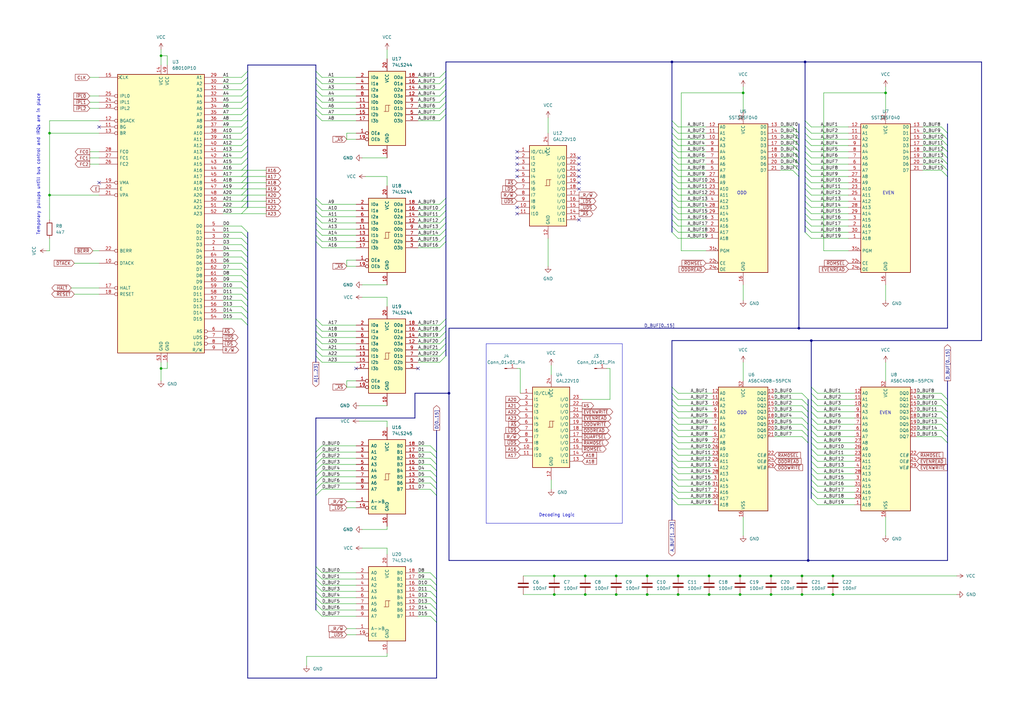
<source format=kicad_sch>
(kicad_sch (version 20230121) (generator eeschema)
  (paper "A3")
  (title_block (title "Mats Brorson 68010 SBC CPU") (rev "1.0-alpha"))
  (lib_symbols
    (symbol "74xx:74LS244" (pin_names (offset 1.016))
      (property "Reference" "U" (at -7.62 16.51 0))
      (property "Value" "74LS244" (at -7.62 -16.51 0))
      (symbol "74LS244_1_0"
        (pin input inverted (at -12.7 -10.16 0) (length 5.08) (name "OEa") (number "1"))
        (pin power_in line (at 0 -20.32 90) (length 5.08) (name "GND") (number "10"))
        (pin input line (at -12.7 2.54 0) (length 5.08) (name "I0b") (number "11"))
        (pin tri_state line (at 12.7 5.08 180) (length 5.08) (name "O3a") (number "12"))
        (pin input line (at -12.7 0 0) (length 5.08) (name "I1b") (number "13"))
        (pin tri_state line (at 12.7 7.62 180) (length 5.08) (name "O2a") (number "14"))
        (pin input line (at -12.7 -2.54 0) (length 5.08) (name "I2b") (number "15"))
        (pin tri_state line (at 12.7 10.16 180) (length 5.08) (name "O1a") (number "16"))
        (pin input line (at -12.7 -5.08 0) (length 5.08) (name "I3b") (number "17"))
        (pin tri_state line (at 12.7 12.7 180) (length 5.08) (name "O0a") (number "18"))
        (pin input inverted (at -12.7 -12.7 0) (length 5.08) (name "OEb") (number "19"))
        (pin input line (at -12.7 12.7 0) (length 5.08) (name "I0a") (number "2"))
        (pin power_in line (at 0 20.32 270) (length 5.08) (name "VCC") (number "20"))
        (pin tri_state line (at 12.7 -5.08 180) (length 5.08) (name "O3b") (number "3"))
        (pin input line (at -12.7 10.16 0) (length 5.08) (name "I1a") (number "4"))
        (pin tri_state line (at 12.7 -2.54 180) (length 5.08) (name "O2b") (number "5"))
        (pin input line (at -12.7 7.62 0) (length 5.08) (name "I2a") (number "6"))
        (pin tri_state line (at 12.7 0 180) (length 5.08) (name "O1b") (number "7"))
        (pin input line (at -12.7 5.08 0) (length 5.08) (name "I3a") (number "8"))
        (pin tri_state line (at 12.7 2.54 180) (length 5.08) (name "O0b") (number "9"))
      )
    )
    (symbol "74xx:74LS245" (pin_names (offset 1.016))
      (property "Reference" "U" (at -7.62 16.51 0))
      (property "Value" "74LS245" (at -7.62 -16.51 0))
      (symbol "74LS245_1_0"
        (pin input line (at -12.7 -10.16 0) (length 5.08) (name "A->B") (number "1"))
        (pin power_in line (at 0 -20.32 90) (length 5.08) (name "GND") (number "10"))
        (pin tri_state line (at 12.7 -5.08 180) (length 5.08) (name "B7") (number "11"))
        (pin tri_state line (at 12.7 -2.54 180) (length 5.08) (name "B6") (number "12"))
        (pin tri_state line (at 12.7 0 180) (length 5.08) (name "B5") (number "13"))
        (pin tri_state line (at 12.7 2.54 180) (length 5.08) (name "B4") (number "14"))
        (pin tri_state line (at 12.7 5.08 180) (length 5.08) (name "B3") (number "15"))
        (pin tri_state line (at 12.7 7.62 180) (length 5.08) (name "B2") (number "16"))
        (pin tri_state line (at 12.7 10.16 180) (length 5.08) (name "B1") (number "17"))
        (pin tri_state line (at 12.7 12.7 180) (length 5.08) (name "B0") (number "18"))
        (pin input inverted (at -12.7 -12.7 0) (length 5.08) (name "CE") (number "19"))
        (pin tri_state line (at -12.7 12.7 0) (length 5.08) (name "A0") (number "2"))
        (pin power_in line (at 0 20.32 270) (length 5.08) (name "VCC") (number "20"))
        (pin tri_state line (at -12.7 10.16 0) (length 5.08) (name "A1") (number "3"))
        (pin tri_state line (at -12.7 7.62 0) (length 5.08) (name "A2") (number "4"))
        (pin tri_state line (at -12.7 5.08 0) (length 5.08) (name "A3") (number "5"))
        (pin tri_state line (at -12.7 2.54 0) (length 5.08) (name "A4") (number "6"))
        (pin tri_state line (at -12.7 0 0) (length 5.08) (name "A5") (number "7"))
        (pin tri_state line (at -12.7 -2.54 0) (length 5.08) (name "A6") (number "8"))
        (pin tri_state line (at -12.7 -5.08 0) (length 5.08) (name "A7") (number "9"))
      )
    )
    (symbol "CPU_NXP_68000:68000D" (pin_names (offset 0.762))
      (property "Reference" "U" (at 0 2.54 0))
      (property "Value" "68000D" (at 0 -3.81 0))
      (symbol "68000D_1_1"
        (pin bidirectional line (at 25.4 -15.24 180) (length 7.62) (name "D4") (number "1"))
        (pin input inverted (at -25.4 -20.32 0) (length 7.62) (name "DTACK") (number "10"))
        (pin output inverted (at -25.4 35.56 0) (length 7.62) (name "BG") (number "11"))
        (pin input inverted (at -25.4 38.1 0) (length 7.62) (name "BGACK") (number "12"))
        (pin input inverted (at -25.4 33.02 0) (length 7.62) (name "BR") (number "13"))
        (pin power_in line (at 0 60.96 270) (length 3.81) (name "VCC") (number "14"))
        (pin input clock (at -25.4 55.88 0) (length 7.62) (name "CLK") (number "15"))
        (pin power_in line (at 2.54 -60.96 90) (length 3.81) (name "GND") (number "16"))
        (pin bidirectional inverted (at -25.4 -30.48 0) (length 7.62) (name "HALT") (number "17"))
        (pin bidirectional inverted (at -25.4 -33.02 0) (length 7.62) (name "RESET") (number "18"))
        (pin output inverted (at -25.4 12.7 0) (length 7.62) (name "VMA") (number "19"))
        (pin bidirectional line (at 25.4 -12.7 180) (length 7.62) (name "D3") (number "2"))
        (pin output line (at -25.4 10.16 0) (length 7.62) (name "E") (number "20"))
        (pin input inverted (at -25.4 7.62 0) (length 7.62) (name "VPA") (number "21"))
        (pin input inverted (at -25.4 -15.24 0) (length 7.62) (name "BERR") (number "22"))
        (pin input inverted (at -25.4 43.18 0) (length 7.62) (name "IPL2") (number "23"))
        (pin input inverted (at -25.4 45.72 0) (length 7.62) (name "IPL1") (number "24"))
        (pin input inverted (at -25.4 48.26 0) (length 7.62) (name "IPL0") (number "25"))
        (pin output line (at -25.4 20.32 0) (length 7.62) (name "FC2") (number "26"))
        (pin output line (at -25.4 22.86 0) (length 7.62) (name "FC1") (number "27"))
        (pin output line (at -25.4 25.4 0) (length 7.62) (name "FC0") (number "28"))
        (pin output line (at 25.4 55.88 180) (length 7.62) (name "A1") (number "29"))
        (pin bidirectional line (at 25.4 -10.16 180) (length 7.62) (name "D2") (number "3"))
        (pin output line (at 25.4 53.34 180) (length 7.62) (name "A2") (number "30"))
        (pin output line (at 25.4 50.8 180) (length 7.62) (name "A3") (number "31"))
        (pin output line (at 25.4 48.26 180) (length 7.62) (name "A4") (number "32"))
        (pin output line (at 25.4 45.72 180) (length 7.62) (name "A5") (number "33"))
        (pin output line (at 25.4 43.18 180) (length 7.62) (name "A6") (number "34"))
        (pin output line (at 25.4 40.64 180) (length 7.62) (name "A7") (number "35"))
        (pin output line (at 25.4 38.1 180) (length 7.62) (name "A8") (number "36"))
        (pin output line (at 25.4 35.56 180) (length 7.62) (name "A9") (number "37"))
        (pin output line (at 25.4 33.02 180) (length 7.62) (name "A10") (number "38"))
        (pin output line (at 25.4 30.48 180) (length 7.62) (name "A11") (number "39"))
        (pin bidirectional line (at 25.4 -7.62 180) (length 7.62) (name "D1") (number "4"))
        (pin output line (at 25.4 27.94 180) (length 7.62) (name "A12") (number "40"))
        (pin output line (at 25.4 25.4 180) (length 7.62) (name "A13") (number "41"))
        (pin output line (at 25.4 22.86 180) (length 7.62) (name "A14") (number "42"))
        (pin output line (at 25.4 20.32 180) (length 7.62) (name "A15") (number "43"))
        (pin output line (at 25.4 17.78 180) (length 7.62) (name "A16") (number "44"))
        (pin output line (at 25.4 15.24 180) (length 7.62) (name "A17") (number "45"))
        (pin output line (at 25.4 12.7 180) (length 7.62) (name "A18") (number "46"))
        (pin output line (at 25.4 10.16 180) (length 7.62) (name "A19") (number "47"))
        (pin output line (at 25.4 7.62 180) (length 7.62) (name "A20") (number "48"))
        (pin power_in line (at 2.54 60.96 270) (length 3.81) (name "VCC") (number "49"))
        (pin bidirectional line (at 25.4 -5.08 180) (length 7.62) (name "D0") (number "5"))
        (pin output line (at 25.4 5.08 180) (length 7.62) (name "A21") (number "50"))
        (pin output line (at 25.4 2.54 180) (length 7.62) (name "A22") (number "51"))
        (pin output line (at 25.4 0 180) (length 7.62) (name "A23") (number "52"))
        (pin power_in line (at 0 -60.96 90) (length 3.81) (name "GND") (number "53"))
        (pin bidirectional line (at 25.4 -43.18 180) (length 7.62) (name "D15") (number "54"))
        (pin bidirectional line (at 25.4 -40.64 180) (length 7.62) (name "D14") (number "55"))
        (pin bidirectional line (at 25.4 -38.1 180) (length 7.62) (name "D13") (number "56"))
        (pin bidirectional line (at 25.4 -35.56 180) (length 7.62) (name "D12") (number "57"))
        (pin bidirectional line (at 25.4 -33.02 180) (length 7.62) (name "D11") (number "58"))
        (pin bidirectional line (at 25.4 -30.48 180) (length 7.62) (name "D10") (number "59"))
        (pin output inverted (at 25.4 -48.26 180) (length 7.62) (name "AS") (number "6"))
        (pin bidirectional line (at 25.4 -27.94 180) (length 7.62) (name "D9") (number "60"))
        (pin bidirectional line (at 25.4 -25.4 180) (length 7.62) (name "D8") (number "61"))
        (pin bidirectional line (at 25.4 -22.86 180) (length 7.62) (name "D7") (number "62"))
        (pin bidirectional line (at 25.4 -20.32 180) (length 7.62) (name "D6") (number "63"))
        (pin bidirectional line (at 25.4 -17.78 180) (length 7.62) (name "D5") (number "64"))
        (pin output inverted (at 25.4 -50.8 180) (length 7.62) (name "UDS") (number "7"))
        (pin output inverted (at 25.4 -53.34 180) (length 7.62) (name "LDS") (number "8"))
        (pin output line (at 25.4 -55.88 180) (length 7.62) (name "R/W") (number "9"))
      )
    )
    (symbol "Connector:Conn_01x01_Pin" (pin_names (offset 1.016) hide)
      (property "Reference" "J" (at 0 2.54 0))
      (property "Value" "Conn_01x01_Pin" (at 0 -2.54 0))
      (symbol "Conn_01x01_Pin_1_1"
        (pin passive line (at 5.08 0 180) (length 3.81) (name "Pin_1") (number "1"))
      )
    )
    (symbol "Device:C" (pin_numbers hide) (pin_names (offset 0.254))
      (property "Reference" "C" (at 0.635 2.54 0))
      (property "Value" "C" (at 0.635 -2.54 0))
      (symbol "C_1_1"
        (pin passive line (at 0 3.81 270) (length 2.794) (name "~") (number "1"))
        (pin passive line (at 0 -3.81 90) (length 2.794) (name "~") (number "2"))
      )
    )
    (symbol "Device:R" (pin_numbers hide) (pin_names (offset 0))
      (property "Reference" "R" (at 2.032 0 90))
      (property "Value" "R" (at 0 0 90))
      (symbol "R_1_1"
        (pin passive line (at 0 3.81 270) (length 1.27) (name "~") (number "1"))
        (pin passive line (at 0 -3.81 90) (length 1.27) (name "~") (number "2"))
      )
    )
    (symbol "Lattice_GAL_sym:GAL22V10"
      (property "Reference" "U" (at -27.94 0 0))
      (property "Value" "GAL22V10" (at 0 0 0))
      (symbol "GAL22V10_1_0"
        (pin input line (at -12.7 12.7 0) (length 5.08) (name "I0/CLK") (number "1"))
        (pin input line (at -12.7 -10.16 0) (length 5.08) (name "I9") (number "10"))
        (pin input line (at -12.7 -12.7 0) (length 5.08) (name "I10") (number "11"))
        (pin power_in line (at 0 -22.86 90) (length 5.08) (name "GND") (number "12"))
        (pin input line (at 12.7 -15.24 180) (length 5.08) (name "I11") (number "13"))
        (pin bidirectional line (at 12.7 -12.7 180) (length 5.08) (name "I/O") (number "14"))
        (pin bidirectional line (at 12.7 -10.16 180) (length 5.08) (name "I/O") (number "15"))
        (pin bidirectional line (at 12.7 -7.62 180) (length 5.08) (name "I/O") (number "16"))
        (pin bidirectional line (at 12.7 -5.08 180) (length 5.08) (name "I/O") (number "17"))
        (pin bidirectional line (at 12.7 -2.54 180) (length 5.08) (name "I/O") (number "18"))
        (pin bidirectional line (at 12.7 0 180) (length 5.08) (name "I/O") (number "19"))
        (pin input line (at -12.7 10.16 0) (length 5.08) (name "I1") (number "2"))
        (pin bidirectional line (at 12.7 2.54 180) (length 5.08) (name "I/O") (number "20"))
        (pin bidirectional line (at 12.7 5.08 180) (length 5.08) (name "I/O") (number "21"))
        (pin bidirectional line (at 12.7 7.62 180) (length 5.08) (name "I/O") (number "22"))
        (pin bidirectional line (at 12.7 10.16 180) (length 5.08) (name "I/O") (number "23"))
        (pin power_in line (at 0 20.32 270) (length 5.08) (name "VCC") (number "24"))
        (pin input line (at -12.7 7.62 0) (length 5.08) (name "I2") (number "3"))
        (pin input line (at -12.7 5.08 0) (length 5.08) (name "I3") (number "4"))
        (pin input line (at -12.7 2.54 0) (length 5.08) (name "I4") (number "5"))
        (pin input line (at -12.7 0 0) (length 5.08) (name "I5") (number "6"))
        (pin input line (at -12.7 -2.54 0) (length 5.08) (name "I6") (number "7"))
        (pin input line (at -12.7 -5.08 0) (length 5.08) (name "I7") (number "8"))
        (pin input line (at -12.7 -7.62 0) (length 5.08) (name "I8") (number "9"))
      )
    )
    (symbol "Memory_Flash:SST39SF040"
      (property "Reference" "U" (at 2.54 33.02 0))
      (property "Value" "SST39SF040" (at 0 -30.48 0))
      (symbol "SST39SF040_0_0"
        (pin power_in line (at 0 -34.29 90) (length 5.08) (name "GND") (number "16"))
        (pin power_in line (at 0 36.83 270) (length 5.08) (name "VCC") (number "32"))
      )
      (symbol "SST39SF040_1_1"
        (pin input line (at -15.24 -15.24 0) (length 5.08) (name "A18") (number "1"))
        (pin input line (at -15.24 25.4 0) (length 5.08) (name "A2") (number "10"))
        (pin input line (at -15.24 27.94 0) (length 5.08) (name "A1") (number "11"))
        (pin input line (at -15.24 30.48 0) (length 5.08) (name "A0") (number "12"))
        (pin tri_state line (at 15.24 30.48 180) (length 5.08) (name "D0") (number "13"))
        (pin tri_state line (at 15.24 27.94 180) (length 5.08) (name "D1") (number "14"))
        (pin tri_state line (at 15.24 25.4 180) (length 5.08) (name "D2") (number "15"))
        (pin tri_state line (at 15.24 22.86 180) (length 5.08) (name "D3") (number "17"))
        (pin tri_state line (at 15.24 20.32 180) (length 5.08) (name "D4") (number "18"))
        (pin tri_state line (at 15.24 17.78 180) (length 5.08) (name "D5") (number "19"))
        (pin input line (at -15.24 -10.16 0) (length 5.08) (name "A16") (number "2"))
        (pin tri_state line (at 15.24 15.24 180) (length 5.08) (name "D6") (number "20"))
        (pin tri_state line (at 15.24 12.7 180) (length 5.08) (name "D7") (number "21"))
        (pin input input_low (at -15.24 -25.4 0) (length 5.08) (name "CE") (number "22"))
        (pin input line (at -15.24 5.08 0) (length 5.08) (name "A10") (number "23"))
        (pin input input_low (at -15.24 -27.94 0) (length 5.08) (name "OE") (number "24"))
        (pin input line (at -15.24 2.54 0) (length 5.08) (name "A11") (number "25"))
        (pin input line (at -15.24 7.62 0) (length 5.08) (name "A9") (number "26"))
        (pin input line (at -15.24 10.16 0) (length 5.08) (name "A8") (number "27"))
        (pin input line (at -15.24 -2.54 0) (length 5.08) (name "A13") (number "28"))
        (pin input line (at -15.24 -5.08 0) (length 5.08) (name "A14") (number "29"))
        (pin input line (at -15.24 -7.62 0) (length 5.08) (name "A15") (number "3"))
        (pin input line (at -15.24 -12.7 0) (length 5.08) (name "A17") (number "30"))
        (pin input input_low (at -15.24 -20.32 0) (length 5.08) (name "PGM") (number "31"))
        (pin input line (at -15.24 0 0) (length 5.08) (name "A12") (number "4"))
        (pin input line (at -15.24 12.7 0) (length 5.08) (name "A7") (number "5"))
        (pin input line (at -15.24 15.24 0) (length 5.08) (name "A6") (number "6"))
        (pin input line (at -15.24 17.78 0) (length 5.08) (name "A5") (number "7"))
        (pin input line (at -15.24 20.32 0) (length 5.08) (name "A4") (number "8"))
        (pin input line (at -15.24 22.86 0) (length 5.08) (name "A3") (number "9"))
      )
    )
    (symbol "Memory_RAM:AS6C4008-55PCN"
      (property "Reference" "U" (at -10.16 26.035 0))
      (property "Value" "AS6C4008-55PCN" (at 2.54 26.035 0))
      (symbol "AS6C4008-55PCN_0_0"
        (pin power_in line (at 0 -27.94 90) (length 2.54) (name "VSS") (number "16"))
        (pin power_in line (at 0 27.94 270) (length 2.54) (name "VCC") (number "32"))
      )
      (symbol "AS6C4008-55PCN_1_1"
        (pin input line (at -12.7 -22.86 0) (length 2.54) (name "A18") (number "1"))
        (pin input line (at -12.7 17.78 0) (length 2.54) (name "A2") (number "10"))
        (pin input line (at -12.7 20.32 0) (length 2.54) (name "A1") (number "11"))
        (pin input line (at -12.7 22.86 0) (length 2.54) (name "A0") (number "12"))
        (pin tri_state line (at 12.7 22.86 180) (length 2.54) (name "DQ0") (number "13"))
        (pin tri_state line (at 12.7 20.32 180) (length 2.54) (name "DQ1") (number "14"))
        (pin tri_state line (at 12.7 17.78 180) (length 2.54) (name "DQ2") (number "15"))
        (pin tri_state line (at 12.7 15.24 180) (length 2.54) (name "DQ3") (number "17"))
        (pin tri_state line (at 12.7 12.7 180) (length 2.54) (name "DQ4") (number "18"))
        (pin tri_state line (at 12.7 10.16 180) (length 2.54) (name "DQ5") (number "19"))
        (pin input line (at -12.7 -17.78 0) (length 2.54) (name "A16") (number "2"))
        (pin tri_state line (at 12.7 7.62 180) (length 2.54) (name "DQ6") (number "20"))
        (pin tri_state line (at 12.7 5.08 180) (length 2.54) (name "DQ7") (number "21"))
        (pin input line (at 12.7 -2.54 180) (length 2.54) (name "CE#") (number "22"))
        (pin input line (at -12.7 -2.54 0) (length 2.54) (name "A10") (number "23"))
        (pin input line (at 12.7 -5.08 180) (length 2.54) (name "OE#") (number "24"))
        (pin input line (at -12.7 -5.08 0) (length 2.54) (name "A11") (number "25"))
        (pin input line (at -12.7 0 0) (length 2.54) (name "A9") (number "26"))
        (pin input line (at -12.7 2.54 0) (length 2.54) (name "A8") (number "27"))
        (pin input line (at -12.7 -10.16 0) (length 2.54) (name "A13") (number "28"))
        (pin input line (at 12.7 -7.62 180) (length 2.54) (name "WE#") (number "29"))
        (pin input line (at -12.7 -12.7 0) (length 2.54) (name "A14") (number "3"))
        (pin input line (at -12.7 -20.32 0) (length 2.54) (name "A17") (number "30"))
        (pin input line (at -12.7 -15.24 0) (length 2.54) (name "A15") (number "31"))
        (pin input line (at -12.7 -7.62 0) (length 2.54) (name "A12") (number "4"))
        (pin input line (at -12.7 5.08 0) (length 2.54) (name "A7") (number "5"))
        (pin input line (at -12.7 7.62 0) (length 2.54) (name "A6") (number "6"))
        (pin input line (at -12.7 10.16 0) (length 2.54) (name "A5") (number "7"))
        (pin input line (at -12.7 12.7 0) (length 2.54) (name "A4") (number "8"))
        (pin input line (at -12.7 15.24 0) (length 2.54) (name "A3") (number "9"))
      )
    )
    (symbol "power:GND" (power) (pin_names (offset 0))
      (property "Value" "GND" (at 0 -3.81 0))
      (symbol "GND_1_1"
        (pin power_in line (at 0 0 270) (length 0) hide (name "GND") (number "1"))
      )
    )
    (symbol "power:VCC" (power) (pin_names (offset 0))
      (property "Value" "VCC" (at 0 3.81 0))
      (symbol "VCC_1_1"
        (pin power_in line (at 0 0 90) (length 0) hide (name "VCC") (number "1"))
      )
    )
  )
  (junction (at 252.73 243.84))
  (junction (at 265.43 243.84))
  (junction (at 20.32 80.01))
  (junction (at 328.93 236.22))
  (junction (at 316.23 236.22))
  (junction (at 240.03 236.22))
  (junction (at 330.2 25.4))
  (junction (at 341.63 236.22))
  (junction (at 327.66 134.62))
  (junction (at 328.93 243.84))
  (junction (at 252.73 236.22))
  (junction (at 304.8 38.1))
  (junction (at 303.53 236.22))
  (junction (at 303.53 243.84))
  (junction (at 290.83 243.84))
  (junction (at 240.03 243.84))
  (junction (at 278.13 243.84))
  (junction (at 316.23 243.84))
  (junction (at 363.22 38.1))
  (junction (at 290.83 236.22))
  (junction (at 227.33 243.84))
  (junction (at 278.13 236.22))
  (junction (at 66.04 151.13))
  (junction (at 341.63 243.84))
  (junction (at 227.33 236.22))
  (junction (at 184.15 161.29))
  (junction (at 66.04 22.86))
  (junction (at 332.74 139.7))
  (junction (at 275.59 25.4))
  (junction (at 265.43 236.22))
  (junction (at 20.32 54.61))
  (junction (at 331.47 229.87))
  (no_connect (at 146.05 151.13))
  (no_connect (at 237.49 90.17))
  (no_connect (at 212.09 87.63))
  (no_connect (at 212.09 72.39))
  (no_connect (at 212.09 69.85))
  (no_connect (at 40.64 74.93))
  (no_connect (at 237.49 77.47))
  (no_connect (at 171.45 151.13))
  (no_connect (at 212.09 67.31))
  (no_connect (at 237.49 74.93))
  (no_connect (at 212.09 62.23))
  (no_connect (at 212.09 64.77))
  (no_connect (at 212.09 85.09))
  (no_connect (at 40.64 52.07))
  (no_connect (at 237.49 67.31))
  (no_connect (at 237.49 72.39))
  (no_connect (at 237.49 64.77))
  (no_connect (at 237.49 69.85))
  (bus_entry (at 275.59 57.15) (size 2.54 2.54))
  (bus_entry (at 182.88 34.29) (size -2.54 2.54))
  (bus_entry (at 179.07 250.19) (size -2.54 -2.54))
  (bus_entry (at 179.07 247.65) (size -2.54 -2.54))
  (bus_entry (at 101.6 72.39) (size -2.54 2.54))
  (bus_entry (at 327.66 64.77) (size -2.54 -2.54))
  (bus_entry (at 327.66 62.23) (size -2.54 -2.54))
  (bus_entry (at 331.47 166.37) (size -2.54 -2.54))
  (bus_entry (at 101.6 95.25) (size -2.54 -2.54))
  (bus_entry (at 101.6 85.09) (size -2.54 2.54))
  (bus_entry (at 388.62 179.07) (size -2.54 -2.54))
  (bus_entry (at 388.62 67.31) (size -2.54 -2.54))
  (bus_entry (at 179.07 240.03) (size -2.54 -2.54))
  (bus_entry (at 332.74 191.77) (size 2.54 2.54))
  (bus_entry (at 129.54 242.57) (size 2.54 2.54))
  (bus_entry (at 182.88 86.36) (size -2.54 2.54))
  (bus_entry (at 388.62 72.39) (size -2.54 -2.54))
  (bus_entry (at 101.6 57.15) (size -2.54 2.54))
  (bus_entry (at 101.6 46.99) (size -2.54 2.54))
  (bus_entry (at 179.07 195.58) (size -2.54 -2.54))
  (bus_entry (at 129.54 88.9) (size 2.54 2.54))
  (bus_entry (at 275.59 173.99) (size 2.54 2.54))
  (bus_entry (at 330.2 64.77) (size 2.54 2.54))
  (bus_entry (at 101.6 54.61) (size -2.54 2.54))
  (bus_entry (at 101.6 120.65) (size -2.54 -2.54))
  (bus_entry (at 129.54 81.28) (size 2.54 2.54))
  (bus_entry (at 179.07 190.5) (size -2.54 -2.54))
  (bus_entry (at 101.6 67.31) (size -2.54 2.54))
  (bus_entry (at 129.54 34.29) (size 2.54 2.54))
  (bus_entry (at 182.88 133.35) (size -2.54 2.54))
  (bus_entry (at 101.6 69.85) (size -2.54 2.54))
  (bus_entry (at 101.6 80.01) (size -2.54 2.54))
  (bus_entry (at 101.6 110.49) (size -2.54 -2.54))
  (bus_entry (at 179.07 193.04) (size -2.54 -2.54))
  (bus_entry (at 179.07 187.96) (size -2.54 -2.54))
  (bus_entry (at 101.6 113.03) (size -2.54 -2.54))
  (bus_entry (at 388.62 166.37) (size -2.54 -2.54))
  (bus_entry (at 331.47 181.61) (size -2.54 -2.54))
  (bus_entry (at 330.2 52.07) (size 2.54 2.54))
  (bus_entry (at 182.88 83.82) (size -2.54 2.54))
  (bus_entry (at 129.54 41.91) (size 2.54 2.54))
  (bus_entry (at 275.59 191.77) (size 2.54 2.54))
  (bus_entry (at 101.6 115.57) (size -2.54 -2.54))
  (bus_entry (at 330.2 67.31) (size 2.54 2.54))
  (bus_entry (at 182.88 44.45) (size -2.54 2.54))
  (bus_entry (at 275.59 64.77) (size 2.54 2.54))
  (bus_entry (at 129.54 93.98) (size 2.54 2.54))
  (bus_entry (at 182.88 143.51) (size -2.54 2.54))
  (bus_entry (at 332.74 168.91) (size 2.54 2.54))
  (bus_entry (at 388.62 57.15) (size -2.54 -2.54))
  (bus_entry (at 332.74 166.37) (size 2.54 2.54))
  (bus_entry (at 182.88 96.52) (size -2.54 2.54))
  (bus_entry (at 275.59 87.63) (size 2.54 2.54))
  (bus_entry (at 275.59 196.85) (size 2.54 2.54))
  (bus_entry (at 101.6 62.23) (size -2.54 2.54))
  (bus_entry (at 129.54 203.2) (size 2.54 -2.54))
  (bus_entry (at 182.88 135.89) (size -2.54 2.54))
  (bus_entry (at 388.62 168.91) (size -2.54 -2.54))
  (bus_entry (at 129.54 187.96) (size 2.54 -2.54))
  (bus_entry (at 129.54 140.97) (size 2.54 2.54))
  (bus_entry (at 332.74 179.07) (size 2.54 2.54))
  (bus_entry (at 327.66 59.69) (size -2.54 -2.54))
  (bus_entry (at 332.74 184.15) (size 2.54 2.54))
  (bus_entry (at 129.54 143.51) (size 2.54 2.54))
  (bus_entry (at 101.6 77.47) (size -2.54 2.54))
  (bus_entry (at 330.2 59.69) (size 2.54 2.54))
  (bus_entry (at 129.54 234.95) (size 2.54 2.54))
  (bus_entry (at 330.2 49.53) (size 2.54 2.54))
  (bus_entry (at 182.88 31.75) (size -2.54 2.54))
  (bus_entry (at 275.59 163.83) (size 2.54 2.54))
  (bus_entry (at 275.59 67.31) (size 2.54 2.54))
  (bus_entry (at 330.2 62.23) (size 2.54 2.54))
  (bus_entry (at 129.54 237.49) (size 2.54 2.54))
  (bus_entry (at 330.2 74.93) (size 2.54 2.54))
  (bus_entry (at 129.54 138.43) (size 2.54 2.54))
  (bus_entry (at 101.6 31.75) (size -2.54 2.54))
  (bus_entry (at 332.74 173.99) (size 2.54 2.54))
  (bus_entry (at 330.2 80.01) (size 2.54 2.54))
  (bus_entry (at 129.54 99.06) (size 2.54 2.54))
  (bus_entry (at 101.6 41.91) (size -2.54 2.54))
  (bus_entry (at 275.59 179.07) (size 2.54 2.54))
  (bus_entry (at 330.2 72.39) (size 2.54 2.54))
  (bus_entry (at 330.2 95.25) (size 2.54 2.54))
  (bus_entry (at 275.59 80.01) (size 2.54 2.54))
  (bus_entry (at 388.62 54.61) (size -2.54 -2.54))
  (bus_entry (at 332.74 161.29) (size 2.54 2.54))
  (bus_entry (at 275.59 204.47) (size 2.54 2.54))
  (bus_entry (at 129.54 232.41) (size 2.54 2.54))
  (bus_entry (at 182.88 41.91) (size -2.54 2.54))
  (bus_entry (at 275.59 189.23) (size 2.54 2.54))
  (bus_entry (at 388.62 173.99) (size -2.54 -2.54))
  (bus_entry (at 101.6 49.53) (size -2.54 2.54))
  (bus_entry (at 101.6 125.73) (size -2.54 -2.54))
  (bus_entry (at 332.74 181.61) (size 2.54 2.54))
  (bus_entry (at 101.6 97.79) (size -2.54 -2.54))
  (bus_entry (at 101.6 133.35) (size -2.54 -2.54))
  (bus_entry (at 182.88 99.06) (size -2.54 2.54))
  (bus_entry (at 275.59 49.53) (size 2.54 2.54))
  (bus_entry (at 129.54 91.44) (size 2.54 2.54))
  (bus_entry (at 275.59 201.93) (size 2.54 2.54))
  (bus_entry (at 182.88 29.21) (size -2.54 2.54))
  (bus_entry (at 179.07 237.49) (size -2.54 -2.54))
  (bus_entry (at 388.62 69.85) (size -2.54 -2.54))
  (bus_entry (at 129.54 29.21) (size 2.54 2.54))
  (bus_entry (at 275.59 62.23) (size 2.54 2.54))
  (bus_entry (at 332.74 201.93) (size 2.54 2.54))
  (bus_entry (at 332.74 189.23) (size 2.54 2.54))
  (bus_entry (at 129.54 83.82) (size 2.54 2.54))
  (bus_entry (at 182.88 91.44) (size -2.54 2.54))
  (bus_entry (at 331.47 179.07) (size -2.54 -2.54))
  (bus_entry (at 129.54 240.03) (size 2.54 2.54))
  (bus_entry (at 101.6 100.33) (size -2.54 -2.54))
  (bus_entry (at 179.07 255.27) (size -2.54 -2.54))
  (bus_entry (at 179.07 198.12) (size -2.54 -2.54))
  (bus_entry (at 101.6 130.81) (size -2.54 -2.54))
  (bus_entry (at 182.88 36.83) (size -2.54 2.54))
  (bus_entry (at 129.54 130.81) (size 2.54 2.54))
  (bus_entry (at 327.66 69.85) (size -2.54 -2.54))
  (bus_entry (at 101.6 34.29) (size -2.54 2.54))
  (bus_entry (at 388.62 163.83) (size -2.54 -2.54))
  (bus_entry (at 101.6 74.93) (size -2.54 2.54))
  (bus_entry (at 332.74 158.75) (size 2.54 2.54))
  (bus_entry (at 182.88 46.99) (size -2.54 2.54))
  (bus_entry (at 101.6 39.37) (size -2.54 2.54))
  (bus_entry (at 101.6 118.11) (size -2.54 -2.54))
  (bus_entry (at 129.54 247.65) (size 2.54 2.54))
  (bus_entry (at 129.54 185.42) (size 2.54 -2.54))
  (bus_entry (at 275.59 95.25) (size 2.54 2.54))
  (bus_entry (at 275.59 54.61) (size 2.54 2.54))
  (bus_entry (at 330.2 57.15) (size 2.54 2.54))
  (bus_entry (at 101.6 52.07) (size -2.54 2.54))
  (bus_entry (at 332.74 186.69) (size 2.54 2.54))
  (bus_entry (at 101.6 29.21) (size -2.54 2.54))
  (bus_entry (at 275.59 186.69) (size 2.54 2.54))
  (bus_entry (at 275.59 161.29) (size 2.54 2.54))
  (bus_entry (at 330.2 69.85) (size 2.54 2.54))
  (bus_entry (at 101.6 64.77) (size -2.54 2.54))
  (bus_entry (at 331.47 171.45) (size -2.54 -2.54))
  (bus_entry (at 129.54 193.04) (size 2.54 -2.54))
  (bus_entry (at 275.59 166.37) (size 2.54 2.54))
  (bus_entry (at 327.66 72.39) (size -2.54 -2.54))
  (bus_entry (at 388.62 176.53) (size -2.54 -2.54))
  (bus_entry (at 101.6 107.95) (size -2.54 -2.54))
  (bus_entry (at 275.59 184.15) (size 2.54 2.54))
  (bus_entry (at 101.6 44.45) (size -2.54 2.54))
  (bus_entry (at 179.07 242.57) (size -2.54 -2.54))
  (bus_entry (at 179.07 200.66) (size -2.54 -2.54))
  (bus_entry (at 275.59 59.69) (size 2.54 2.54))
  (bus_entry (at 388.62 64.77) (size -2.54 -2.54))
  (bus_entry (at 330.2 90.17) (size 2.54 2.54))
  (bus_entry (at 101.6 105.41) (size -2.54 -2.54))
  (bus_entry (at 275.59 90.17) (size 2.54 2.54))
  (bus_entry (at 331.47 163.83) (size -2.54 -2.54))
  (bus_entry (at 129.54 39.37) (size 2.54 2.54))
  (bus_entry (at 182.88 140.97) (size -2.54 2.54))
  (bus_entry (at 275.59 176.53) (size 2.54 2.54))
  (bus_entry (at 332.74 176.53) (size 2.54 2.54))
  (bus_entry (at 182.88 93.98) (size -2.54 2.54))
  (bus_entry (at 332.74 171.45) (size 2.54 2.54))
  (bus_entry (at 330.2 85.09) (size 2.54 2.54))
  (bus_entry (at 332.74 163.83) (size 2.54 2.54))
  (bus_entry (at 275.59 199.39) (size 2.54 2.54))
  (bus_entry (at 129.54 190.5) (size 2.54 -2.54))
  (bus_entry (at 129.54 198.12) (size 2.54 -2.54))
  (bus_entry (at 327.66 67.31) (size -2.54 -2.54))
  (bus_entry (at 129.54 46.99) (size 2.54 2.54))
  (bus_entry (at 179.07 185.42) (size -2.54 -2.54))
  (bus_entry (at 179.07 245.11) (size -2.54 -2.54))
  (bus_entry (at 129.54 195.58) (size 2.54 -2.54))
  (bus_entry (at 331.47 173.99) (size -2.54 -2.54))
  (bus_entry (at 179.07 252.73) (size -2.54 -2.54))
  (bus_entry (at 388.62 181.61) (size -2.54 -2.54))
  (bus_entry (at 129.54 31.75) (size 2.54 2.54))
  (bus_entry (at 101.6 128.27) (size -2.54 -2.54))
  (bus_entry (at 275.59 181.61) (size 2.54 2.54))
  (bus_entry (at 330.2 82.55) (size 2.54 2.54))
  (bus_entry (at 330.2 54.61) (size 2.54 2.54))
  (bus_entry (at 332.74 194.31) (size 2.54 2.54))
  (bus_entry (at 275.59 72.39) (size 2.54 2.54))
  (bus_entry (at 129.54 250.19) (size 2.54 2.54))
  (bus_entry (at 275.59 92.71) (size 2.54 2.54))
  (bus_entry (at 330.2 77.47) (size 2.54 2.54))
  (bus_entry (at 182.88 39.37) (size -2.54 2.54))
  (bus_entry (at 331.47 176.53) (size -2.54 -2.54))
  (bus_entry (at 330.2 92.71) (size 2.54 2.54))
  (bus_entry (at 129.54 86.36) (size 2.54 2.54))
  (bus_entry (at 332.74 196.85) (size 2.54 2.54))
  (bus_entry (at 275.59 158.75) (size 2.54 2.54))
  (bus_entry (at 129.54 245.11) (size 2.54 2.54))
  (bus_entry (at 182.88 81.28) (size -2.54 2.54))
  (bus_entry (at 101.6 59.69) (size -2.54 2.54))
  (bus_entry (at 101.6 82.55) (size -2.54 2.54))
  (bus_entry (at 101.6 123.19) (size -2.54 -2.54))
  (bus_entry (at 275.59 168.91) (size 2.54 2.54))
  (bus_entry (at 182.88 146.05) (size -2.54 2.54))
  (bus_entry (at 129.54 133.35) (size 2.54 2.54))
  (bus_entry (at 182.88 130.81) (size -2.54 2.54))
  (bus_entry (at 275.59 74.93) (size 2.54 2.54))
  (bus_entry (at 275.59 82.55) (size 2.54 2.54))
  (bus_entry (at 275.59 85.09) (size 2.54 2.54))
  (bus_entry (at 182.88 138.43) (size -2.54 2.54))
  (bus_entry (at 275.59 77.47) (size 2.54 2.54))
  (bus_entry (at 327.66 54.61) (size -2.54 -2.54))
  (bus_entry (at 275.59 171.45) (size 2.54 2.54))
  (bus_entry (at 129.54 36.83) (size 2.54 2.54))
  (bus_entry (at 275.59 52.07) (size 2.54 2.54))
  (bus_entry (at 129.54 200.66) (size 2.54 -2.54))
  (bus_entry (at 179.07 203.2) (size -2.54 -2.54))
  (bus_entry (at 332.74 204.47) (size 2.54 2.54))
  (bus_entry (at 331.47 168.91) (size -2.54 -2.54))
  (bus_entry (at 388.62 59.69) (size -2.54 -2.54))
  (bus_entry (at 129.54 135.89) (size 2.54 2.54))
  (bus_entry (at 129.54 44.45) (size 2.54 2.54))
  (bus_entry (at 275.59 69.85) (size 2.54 2.54))
  (bus_entry (at 129.54 96.52) (size 2.54 2.54))
  (bus_entry (at 182.88 88.9) (size -2.54 2.54))
  (bus_entry (at 101.6 102.87) (size -2.54 -2.54))
  (bus_entry (at 388.62 62.23) (size -2.54 -2.54))
  (bus_entry (at 388.62 171.45) (size -2.54 -2.54))
  (bus_entry (at 101.6 36.83) (size -2.54 2.54))
  (bus_entry (at 275.59 194.31) (size 2.54 2.54))
  (bus_entry (at 327.66 57.15) (size -2.54 -2.54))
  (bus_entry (at 129.54 146.05) (size 2.54 2.54))
  (bus_entry (at 330.2 87.63) (size 2.54 2.54))
  (bus_entry (at 332.74 199.39) (size 2.54 2.54))
  (wire (pts (xy 142.24 205.74) (xy 146.05 205.74)))
  (wire (pts (xy 316.23 243.84) (xy 328.93 243.84)))
  (bus (pts (xy 129.54 187.96) (xy 129.54 190.5)))
  (wire (pts (xy 278.13 90.17) (xy 289.56 90.17)))
  (bus (pts (xy 129.54 203.2) (xy 129.54 232.41)))
  (wire (pts (xy 132.08 44.45) (xy 146.05 44.45)))
  (wire (pts (xy 142.24 158.75) (xy 146.05 158.75)))
  (bus (pts (xy 330.2 62.23) (xy 330.2 64.77)))
  (bus (pts (xy 332.74 168.91) (xy 332.74 171.45)))
  (bus (pts (xy 275.59 181.61) (xy 275.59 184.15)))
  (wire (pts (xy 132.08 193.04) (xy 146.05 193.04)))
  (wire (pts (xy 278.13 243.84) (xy 290.83 243.84)))
  (bus (pts (xy 327.66 64.77) (xy 327.66 67.31)))
  (wire (pts (xy 240.03 243.84) (xy 252.73 243.84)))
  (bus (pts (xy 129.54 36.83) (xy 129.54 39.37)))
  (bus (pts (xy 330.2 72.39) (xy 330.2 74.93)))
  (bus (pts (xy 327.66 57.15) (xy 327.66 59.69)))
  (bus (pts (xy 101.6 115.57) (xy 101.6 118.11)))
  (wire (pts (xy 132.08 41.91) (xy 146.05 41.91)))
  (wire (pts (xy 335.28 186.69) (xy 350.52 186.69)))
  (wire (pts (xy 335.28 201.93) (xy 350.52 201.93)))
  (bus (pts (xy 129.54 242.57) (xy 129.54 245.11)))
  (wire (pts (xy 317.5 173.99) (xy 328.93 173.99)))
  (wire (pts (xy 132.08 93.98) (xy 146.05 93.98)))
  (wire (pts (xy 91.44 41.91) (xy 99.06 41.91)))
  (wire (pts (xy 252.73 236.22) (xy 265.43 236.22)))
  (wire (pts (xy 91.44 130.81) (xy 99.06 130.81)))
  (bus (pts (xy 275.59 158.75) (xy 275.59 161.29)))
  (bus (pts (xy 101.6 133.35) (xy 101.6 278.13)))
  (wire (pts (xy 304.8 38.1) (xy 304.8 45.72)))
  (wire (pts (xy 278.13 161.29) (xy 292.1 161.29)))
  (wire (pts (xy 109.22 80.01) (xy 101.6 80.01)))
  (wire (pts (xy 224.79 48.26) (xy 224.79 54.61)))
  (wire (pts (xy 146.05 106.68) (xy 142.24 106.68)))
  (wire (pts (xy 66.04 22.86) (xy 68.58 22.86)))
  (bus (pts (xy 129.54 88.9) (xy 129.54 91.44)))
  (bus (pts (xy 101.6 123.19) (xy 101.6 125.73)))
  (wire (pts (xy 171.45 49.53) (xy 180.34 49.53)))
  (bus (pts (xy 129.54 31.75) (xy 129.54 34.29)))
  (wire (pts (xy 171.45 39.37) (xy 180.34 39.37)))
  (wire (pts (xy 91.44 59.69) (xy 99.06 59.69)))
  (bus (pts (xy 275.59 166.37) (xy 275.59 168.91)))
  (wire (pts (xy 335.28 168.91) (xy 350.52 168.91)))
  (bus (pts (xy 129.54 247.65) (xy 129.54 250.19)))
  (wire (pts (xy 91.44 125.73) (xy 99.06 125.73)))
  (wire (pts (xy 332.74 64.77) (xy 347.98 64.77)))
  (bus (pts (xy 332.74 171.45) (xy 332.74 173.99)))
  (wire (pts (xy 101.6 69.85) (xy 109.22 69.85)))
  (bus (pts (xy 179.07 245.11) (xy 179.07 247.65)))
  (wire (pts (xy 91.44 72.39) (xy 99.06 72.39)))
  (bus (pts (xy 332.74 176.53) (xy 332.74 179.07)))
  (wire (pts (xy 171.45 148.59) (xy 180.34 148.59)))
  (bus (pts (xy 101.6 29.21) (xy 101.6 26.67)))
  (bus (pts (xy 331.47 176.53) (xy 331.47 179.07)))
  (bus (pts (xy 101.6 105.41) (xy 101.6 107.95)))
  (wire (pts (xy 304.8 35.56) (xy 304.8 38.1)))
  (wire (pts (xy 66.04 151.13) (xy 66.04 156.21)))
  (bus (pts (xy 101.6 100.33) (xy 101.6 102.87)))
  (wire (pts (xy 278.13 199.39) (xy 292.1 199.39)))
  (wire (pts (xy 278.13 179.07) (xy 292.1 179.07)))
  (bus (pts (xy 129.54 138.43) (xy 129.54 140.97)))
  (wire (pts (xy 91.44 31.75) (xy 99.06 31.75)))
  (bus (pts (xy 179.07 203.2) (xy 179.07 237.49)))
  (wire (pts (xy 132.08 49.53) (xy 146.05 49.53)))
  (wire (pts (xy 335.28 173.99) (xy 350.52 173.99)))
  (bus (pts (xy 330.2 67.31) (xy 330.2 69.85)))
  (bus (pts (xy 179.07 237.49) (xy 179.07 240.03)))
  (wire (pts (xy 289.56 102.87) (xy 279.4 102.87)))
  (bus (pts (xy 101.6 64.77) (xy 101.6 62.23)))
  (wire (pts (xy 278.13 163.83) (xy 292.1 163.83)))
  (bus (pts (xy 275.59 194.31) (xy 275.59 196.85)))
  (bus (pts (xy 129.54 146.05) (xy 129.54 148.59)))
  (wire (pts (xy 132.08 133.35) (xy 146.05 133.35)))
  (wire (pts (xy 132.08 99.06) (xy 146.05 99.06)))
  (wire (pts (xy 101.6 80.01) (xy 99.06 80.01)))
  (bus (pts (xy 101.6 110.49) (xy 101.6 113.03)))
  (wire (pts (xy 132.08 200.66) (xy 146.05 200.66)))
  (bus (pts (xy 330.2 64.77) (xy 330.2 67.31)))
  (wire (pts (xy 20.32 49.53) (xy 20.32 54.61)))
  (bus (pts (xy 275.59 163.83) (xy 275.59 166.37)))
  (wire (pts (xy 66.04 22.86) (xy 66.04 26.67)))
  (wire (pts (xy 99.06 72.39) (xy 101.6 72.39)))
  (wire (pts (xy 171.45 143.51) (xy 180.34 143.51)))
  (wire (pts (xy 109.22 87.63) (xy 99.06 87.63)))
  (wire (pts (xy 171.45 247.65) (xy 176.53 247.65)))
  (bus (pts (xy 101.6 120.65) (xy 101.6 123.19)))
  (wire (pts (xy 142.24 106.68) (xy 142.24 109.22)))
  (bus (pts (xy 388.62 64.77) (xy 388.62 67.31)))
  (wire (pts (xy 20.32 54.61) (xy 20.32 80.01)))
  (bus (pts (xy 275.59 85.09) (xy 275.59 87.63)))
  (wire (pts (xy 91.44 118.11) (xy 99.06 118.11)))
  (bus (pts (xy 331.47 163.83) (xy 331.47 166.37)))
  (wire (pts (xy 317.5 168.91) (xy 328.93 168.91)))
  (bus (pts (xy 179.07 187.96) (xy 179.07 190.5)))
  (bus (pts (xy 101.6 80.01) (xy 101.6 77.47)))
  (wire (pts (xy 146.05 54.61) (xy 142.24 54.61)))
  (wire (pts (xy 125.73 269.24) (xy 158.75 269.24)))
  (bus (pts (xy 275.59 59.69) (xy 275.59 62.23)))
  (bus (pts (xy 275.59 184.15) (xy 275.59 186.69)))
  (bus (pts (xy 101.6 26.67) (xy 129.54 26.67)))
  (bus (pts (xy 101.6 113.03) (xy 101.6 115.57)))
  (wire (pts (xy 337.82 102.87) (xy 337.82 38.1)))
  (wire (pts (xy 142.24 109.22) (xy 146.05 109.22)))
  (bus (pts (xy 388.62 57.15) (xy 388.62 59.69)))
  (wire (pts (xy 265.43 243.84) (xy 278.13 243.84)))
  (bus (pts (xy 182.88 140.97) (xy 182.88 143.51)))
  (wire (pts (xy 278.13 54.61) (xy 289.56 54.61)))
  (wire (pts (xy 91.44 36.83) (xy 99.06 36.83)))
  (bus (pts (xy 129.54 96.52) (xy 129.54 99.06)))
  (wire (pts (xy 132.08 245.11) (xy 146.05 245.11)))
  (wire (pts (xy 171.45 138.43) (xy 180.34 138.43)))
  (wire (pts (xy 378.46 54.61) (xy 386.08 54.61)))
  (wire (pts (xy 158.75 227.33) (xy 158.75 224.79)))
  (wire (pts (xy 278.13 77.47) (xy 289.56 77.47)))
  (wire (pts (xy 132.08 91.44) (xy 146.05 91.44)))
  (bus (pts (xy 275.59 67.31) (xy 275.59 69.85)))
  (bus (pts (xy 182.88 86.36) (xy 182.88 83.82)))
  (bus (pts (xy 184.15 229.87) (xy 331.47 229.87)))
  (wire (pts (xy 304.8 212.09) (xy 304.8 219.71)))
  (wire (pts (xy 148.59 121.92) (xy 158.75 121.92)))
  (wire (pts (xy 317.5 179.07) (xy 328.93 179.07)))
  (wire (pts (xy 332.74 87.63) (xy 347.98 87.63)))
  (wire (pts (xy 180.34 36.83) (xy 171.45 36.83)))
  (wire (pts (xy 132.08 198.12) (xy 146.05 198.12)))
  (bus (pts (xy 332.74 139.7) (xy 275.59 139.7)))
  (bus (pts (xy 331.47 179.07) (xy 331.47 181.61)))
  (wire (pts (xy 332.74 92.71) (xy 347.98 92.71)))
  (wire (pts (xy 278.13 87.63) (xy 289.56 87.63)))
  (wire (pts (xy 332.74 57.15) (xy 347.98 57.15)))
  (bus (pts (xy 129.54 91.44) (xy 129.54 93.98)))
  (wire (pts (xy 278.13 67.31) (xy 289.56 67.31)))
  (bus (pts (xy 332.74 163.83) (xy 332.74 166.37)))
  (wire (pts (xy 132.08 88.9) (xy 146.05 88.9)))
  (wire (pts (xy 278.13 95.25) (xy 289.56 95.25)))
  (wire (pts (xy 335.28 171.45) (xy 350.52 171.45)))
  (bus (pts (xy 327.66 59.69) (xy 327.66 62.23)))
  (bus (pts (xy 332.74 166.37) (xy 332.74 168.91)))
  (wire (pts (xy 171.45 88.9) (xy 180.34 88.9)))
  (wire (pts (xy 278.13 57.15) (xy 289.56 57.15)))
  (wire (pts (xy 132.08 143.51) (xy 146.05 143.51)))
  (wire (pts (xy 20.32 54.61) (xy 40.64 54.61)))
  (wire (pts (xy 171.45 252.73) (xy 176.53 252.73)))
  (bus (pts (xy 275.59 189.23) (xy 275.59 191.77)))
  (bus (pts (xy 182.88 41.91) (xy 182.88 39.37)))
  (bus (pts (xy 388.62 181.61) (xy 388.62 229.87)))
  (wire (pts (xy 171.45 46.99) (xy 180.34 46.99)))
  (wire (pts (xy 91.44 54.61) (xy 99.06 54.61)))
  (wire (pts (xy 171.45 234.95) (xy 176.53 234.95)))
  (wire (pts (xy 171.45 140.97) (xy 180.34 140.97)))
  (bus (pts (xy 184.15 134.62) (xy 184.15 161.29)))
  (bus (pts (xy 101.6 125.73) (xy 101.6 128.27)))
  (bus (pts (xy 101.6 49.53) (xy 101.6 46.99)))
  (wire (pts (xy 142.24 260.35) (xy 146.05 260.35)))
  (wire (pts (xy 91.44 107.95) (xy 99.06 107.95)))
  (wire (pts (xy 36.83 41.91) (xy 40.64 41.91)))
  (bus (pts (xy 129.54 185.42) (xy 129.54 187.96)))
  (bus (pts (xy 330.2 54.61) (xy 330.2 57.15)))
  (bus (pts (xy 182.88 135.89) (xy 182.88 138.43)))
  (bus (pts (xy 182.88 130.81) (xy 182.88 133.35)))
  (wire (pts (xy 91.44 102.87) (xy 99.06 102.87)))
  (bus (pts (xy 170.18 161.29) (xy 170.18 171.45)))
  (wire (pts (xy 341.63 236.22) (xy 392.43 236.22)))
  (wire (pts (xy 290.83 243.84) (xy 303.53 243.84)))
  (wire (pts (xy 132.08 234.95) (xy 146.05 234.95)))
  (bus (pts (xy 275.59 69.85) (xy 275.59 72.39)))
  (wire (pts (xy 290.83 236.22) (xy 303.53 236.22)))
  (wire (pts (xy 91.44 39.37) (xy 99.06 39.37)))
  (wire (pts (xy 171.45 200.66) (xy 176.53 200.66)))
  (bus (pts (xy 129.54 34.29) (xy 129.54 36.83)))
  (bus (pts (xy 327.66 67.31) (xy 327.66 69.85)))
  (wire (pts (xy 304.8 148.59) (xy 304.8 156.21)))
  (wire (pts (xy 171.45 250.19) (xy 176.53 250.19)))
  (wire (pts (xy 132.08 237.49) (xy 146.05 237.49)))
  (wire (pts (xy 132.08 148.59) (xy 146.05 148.59)))
  (bus (pts (xy 101.6 74.93) (xy 101.6 72.39)))
  (wire (pts (xy 91.44 52.07) (xy 99.06 52.07)))
  (wire (pts (xy 171.45 83.82) (xy 180.34 83.82)))
  (bus (pts (xy 388.62 173.99) (xy 388.62 176.53)))
  (wire (pts (xy 278.13 176.53) (xy 292.1 176.53)))
  (wire (pts (xy 317.5 176.53) (xy 328.93 176.53)))
  (bus (pts (xy 101.6 278.13) (xy 179.07 278.13)))
  (bus (pts (xy 388.62 72.39) (xy 388.62 134.62)))
  (wire (pts (xy 363.22 148.59) (xy 363.22 156.21)))
  (bus (pts (xy 129.54 81.28) (xy 129.54 83.82)))
  (wire (pts (xy 328.93 243.84) (xy 341.63 243.84)))
  (wire (pts (xy 180.34 34.29) (xy 171.45 34.29)))
  (bus (pts (xy 330.2 57.15) (xy 330.2 59.69)))
  (bus (pts (xy 101.6 41.91) (xy 101.6 39.37)))
  (bus (pts (xy 129.54 133.35) (xy 129.54 135.89)))
  (wire (pts (xy 132.08 182.88) (xy 146.05 182.88)))
  (bus (pts (xy 101.6 31.75) (xy 101.6 29.21)))
  (wire (pts (xy 99.06 77.47) (xy 101.6 77.47)))
  (bus (pts (xy 388.62 176.53) (xy 388.62 179.07)))
  (bus (pts (xy 129.54 190.5) (xy 129.54 193.04)))
  (bus (pts (xy 332.74 139.7) (xy 332.74 158.75)))
  (bus (pts (xy 101.6 67.31) (xy 101.6 64.77)))
  (wire (pts (xy 132.08 34.29) (xy 146.05 34.29)))
  (wire (pts (xy 378.46 57.15) (xy 386.08 57.15)))
  (wire (pts (xy 30.48 107.95) (xy 40.64 107.95)))
  (wire (pts (xy 214.63 236.22) (xy 227.33 236.22)))
  (wire (pts (xy 240.03 236.22) (xy 252.73 236.22)))
  (bus (pts (xy 101.6 77.47) (xy 101.6 74.93)))
  (wire (pts (xy 212.09 151.13) (xy 213.36 151.13)))
  (wire (pts (xy 278.13 191.77) (xy 292.1 191.77)))
  (wire (pts (xy 320.04 69.85) (xy 325.12 69.85)))
  (wire (pts (xy 335.28 196.85) (xy 350.52 196.85)))
  (bus (pts (xy 184.15 161.29) (xy 184.15 229.87)))
  (wire (pts (xy 91.44 110.49) (xy 99.06 110.49)))
  (bus (pts (xy 330.2 25.4) (xy 330.2 49.53)))
  (wire (pts (xy 171.45 242.57) (xy 176.53 242.57)))
  (bus (pts (xy 402.59 25.4) (xy 402.59 139.7)))
  (wire (pts (xy 278.13 92.71) (xy 289.56 92.71)))
  (wire (pts (xy 142.24 57.15) (xy 146.05 57.15)))
  (wire (pts (xy 278.13 69.85) (xy 289.56 69.85)))
  (wire (pts (xy 278.13 189.23) (xy 292.1 189.23)))
  (wire (pts (xy 250.19 151.13) (xy 250.19 163.83)))
  (bus (pts (xy 101.6 102.87) (xy 101.6 105.41)))
  (wire (pts (xy 66.04 148.59) (xy 66.04 151.13)))
  (bus (pts (xy 388.62 166.37) (xy 388.62 168.91)))
  (bus (pts (xy 129.54 44.45) (xy 129.54 46.99)))
  (bus (pts (xy 101.6 85.09) (xy 101.6 82.55)))
  (wire (pts (xy 171.45 185.42) (xy 176.53 185.42)))
  (wire (pts (xy 227.33 236.22) (xy 240.03 236.22)))
  (wire (pts (xy 171.45 101.6) (xy 180.34 101.6)))
  (wire (pts (xy 91.44 95.25) (xy 99.06 95.25)))
  (wire (pts (xy 171.45 41.91) (xy 180.34 41.91)))
  (wire (pts (xy 332.74 69.85) (xy 347.98 69.85)))
  (bus (pts (xy 129.54 83.82) (xy 129.54 86.36)))
  (wire (pts (xy 332.74 52.07) (xy 347.98 52.07)))
  (wire (pts (xy 279.4 102.87) (xy 279.4 38.1)))
  (wire (pts (xy 171.45 182.88) (xy 176.53 182.88)))
  (wire (pts (xy 36.83 64.77) (xy 40.64 64.77)))
  (wire (pts (xy 278.13 204.47) (xy 292.1 204.47)))
  (bus (pts (xy 129.54 240.03) (xy 129.54 242.57)))
  (wire (pts (xy 91.44 34.29) (xy 99.06 34.29)))
  (bus (pts (xy 182.88 91.44) (xy 182.88 93.98)))
  (bus (pts (xy 275.59 161.29) (xy 275.59 163.83)))
  (bus (pts (xy 184.15 134.62) (xy 327.66 134.62)))
  (bus (pts (xy 275.59 173.99) (xy 275.59 176.53)))
  (wire (pts (xy 99.06 87.63) (xy 91.44 87.63)))
  (bus (pts (xy 129.54 46.99) (xy 129.54 81.28)))
  (bus (pts (xy 275.59 176.53) (xy 275.59 179.07)))
  (wire (pts (xy 278.13 236.22) (xy 290.83 236.22)))
  (wire (pts (xy 158.75 224.79) (xy 148.59 224.79)))
  (wire (pts (xy 332.74 74.93) (xy 347.98 74.93)))
  (bus (pts (xy 182.88 31.75) (xy 182.88 29.21)))
  (wire (pts (xy 375.92 163.83) (xy 386.08 163.83)))
  (bus (pts (xy 101.6 130.81) (xy 101.6 133.35)))
  (wire (pts (xy 375.92 166.37) (xy 386.08 166.37)))
  (wire (pts (xy 91.44 113.03) (xy 99.06 113.03)))
  (wire (pts (xy 278.13 186.69) (xy 292.1 186.69)))
  (bus (pts (xy 332.74 189.23) (xy 332.74 191.77)))
  (wire (pts (xy 20.32 49.53) (xy 40.64 49.53)))
  (bus (pts (xy 331.47 171.45) (xy 331.47 173.99)))
  (wire (pts (xy 332.74 82.55) (xy 347.98 82.55)))
  (wire (pts (xy 91.44 123.19) (xy 99.06 123.19)))
  (bus (pts (xy 182.88 46.99) (xy 182.88 44.45)))
  (wire (pts (xy 171.45 198.12) (xy 176.53 198.12)))
  (wire (pts (xy 158.75 20.32) (xy 158.75 24.13)))
  (bus (pts (xy 182.88 93.98) (xy 182.88 96.52)))
  (wire (pts (xy 132.08 146.05) (xy 146.05 146.05)))
  (bus (pts (xy 330.2 85.09) (xy 330.2 87.63)))
  (wire (pts (xy 99.06 74.93) (xy 101.6 74.93)))
  (wire (pts (xy 278.13 184.15) (xy 292.1 184.15)))
  (bus (pts (xy 330.2 69.85) (xy 330.2 72.39)))
  (bus (pts (xy 330.2 90.17) (xy 330.2 92.71)))
  (wire (pts (xy 132.08 185.42) (xy 146.05 185.42)))
  (wire (pts (xy 317.5 171.45) (xy 328.93 171.45)))
  (wire (pts (xy 335.28 163.83) (xy 350.52 163.83)))
  (wire (pts (xy 332.74 54.61) (xy 347.98 54.61)))
  (bus (pts (xy 327.66 72.39) (xy 327.66 134.62)))
  (bus (pts (xy 129.54 135.89) (xy 129.54 138.43)))
  (bus (pts (xy 327.66 54.61) (xy 327.66 57.15)))
  (bus (pts (xy 332.74 173.99) (xy 332.74 176.53)))
  (wire (pts (xy 316.23 236.22) (xy 328.93 236.22)))
  (wire (pts (xy 142.24 257.81) (xy 146.05 257.81)))
  (wire (pts (xy 238.76 163.83) (xy 250.19 163.83)))
  (wire (pts (xy 171.45 91.44) (xy 180.34 91.44)))
  (wire (pts (xy 91.44 100.33) (xy 99.06 100.33)))
  (wire (pts (xy 171.45 195.58) (xy 176.53 195.58)))
  (bus (pts (xy 129.54 99.06) (xy 129.54 130.81)))
  (wire (pts (xy 91.44 120.65) (xy 99.06 120.65)))
  (bus (pts (xy 101.6 57.15) (xy 101.6 54.61)))
  (wire (pts (xy 332.74 67.31) (xy 347.98 67.31)))
  (wire (pts (xy 99.06 82.55) (xy 91.44 82.55)))
  (bus (pts (xy 275.59 72.39) (xy 275.59 74.93)))
  (bus (pts (xy 129.54 193.04) (xy 129.54 195.58)))
  (wire (pts (xy 101.6 74.93) (xy 109.22 74.93)))
  (wire (pts (xy 320.04 52.07) (xy 325.12 52.07)))
  (bus (pts (xy 129.54 93.98) (xy 129.54 96.52)))
  (wire (pts (xy 248.92 151.13) (xy 250.19 151.13)))
  (bus (pts (xy 275.59 87.63) (xy 275.59 90.17)))
  (wire (pts (xy 91.44 46.99) (xy 99.06 46.99)))
  (bus (pts (xy 179.07 242.57) (xy 179.07 245.11)))
  (bus (pts (xy 182.88 36.83) (xy 182.88 34.29)))
  (wire (pts (xy 132.08 190.5) (xy 146.05 190.5)))
  (wire (pts (xy 378.46 52.07) (xy 386.08 52.07)))
  (wire (pts (xy 320.04 57.15) (xy 325.12 57.15)))
  (bus (pts (xy 330.2 92.71) (xy 330.2 95.25)))
  (wire (pts (xy 36.83 39.37) (xy 40.64 39.37)))
  (wire (pts (xy 171.45 93.98) (xy 180.34 93.98)))
  (wire (pts (xy 278.13 52.07) (xy 289.56 52.07)))
  (wire (pts (xy 99.06 85.09) (xy 91.44 85.09)))
  (wire (pts (xy 132.08 83.82) (xy 146.05 83.82)))
  (wire (pts (xy 91.44 44.45) (xy 99.06 44.45)))
  (wire (pts (xy 317.5 166.37) (xy 328.93 166.37)))
  (bus (pts (xy 275.59 52.07) (xy 275.59 54.61)))
  (bus (pts (xy 101.6 46.99) (xy 101.6 44.45)))
  (bus (pts (xy 330.2 49.53) (xy 330.2 52.07)))
  (wire (pts (xy 279.4 38.1) (xy 304.8 38.1)))
  (bus (pts (xy 129.54 86.36) (xy 129.54 88.9)))
  (wire (pts (xy 132.08 96.52) (xy 146.05 96.52)))
  (wire (pts (xy 158.75 121.92) (xy 158.75 125.73)))
  (wire (pts (xy 101.6 82.55) (xy 99.06 82.55)))
  (bus (pts (xy 275.59 92.71) (xy 275.59 95.25)))
  (wire (pts (xy 91.44 105.41) (xy 99.06 105.41)))
  (wire (pts (xy 101.6 85.09) (xy 99.06 85.09)))
  (wire (pts (xy 29.21 118.11) (xy 40.64 118.11)))
  (wire (pts (xy 227.33 243.84) (xy 240.03 243.84)))
  (bus (pts (xy 129.54 171.45) (xy 129.54 185.42)))
  (wire (pts (xy 68.58 148.59) (xy 68.58 151.13)))
  (wire (pts (xy 158.75 267.97) (xy 158.75 269.24)))
  (bus (pts (xy 331.47 229.87) (xy 388.62 229.87)))
  (bus (pts (xy 275.59 49.53) (xy 275.59 52.07)))
  (wire (pts (xy 213.36 161.29) (xy 213.36 151.13)))
  (wire (pts (xy 335.28 204.47) (xy 350.52 204.47)))
  (bus (pts (xy 332.74 181.61) (xy 332.74 184.15)))
  (wire (pts (xy 36.83 67.31) (xy 40.64 67.31)))
  (bus (pts (xy 332.74 161.29) (xy 332.74 163.83)))
  (wire (pts (xy 91.44 115.57) (xy 99.06 115.57)))
  (bus (pts (xy 388.62 179.07) (xy 388.62 181.61)))
  (wire (pts (xy 332.74 95.25) (xy 347.98 95.25)))
  (bus (pts (xy 332.74 201.93) (xy 332.74 204.47)))
  (bus (pts (xy 101.6 97.79) (xy 101.6 100.33)))
  (wire (pts (xy 335.28 199.39) (xy 350.52 199.39)))
  (wire (pts (xy 226.06 149.86) (xy 226.06 153.67)))
  (wire (pts (xy 180.34 31.75) (xy 171.45 31.75)))
  (wire (pts (xy 132.08 195.58) (xy 146.05 195.58)))
  (wire (pts (xy 171.45 146.05) (xy 180.34 146.05)))
  (wire (pts (xy 278.13 80.01) (xy 289.56 80.01)))
  (bus (pts (xy 332.74 196.85) (xy 332.74 199.39)))
  (bus (pts (xy 330.2 77.47) (xy 330.2 80.01)))
  (bus (pts (xy 101.6 69.85) (xy 101.6 67.31)))
  (bus (pts (xy 388.62 69.85) (xy 388.62 72.39)))
  (wire (pts (xy 158.75 217.17) (xy 158.75 215.9)))
  (bus (pts (xy 275.59 179.07) (xy 275.59 181.61)))
  (bus (pts (xy 388.62 50.8) (xy 388.62 54.61)))
  (bus (pts (xy 275.59 168.91) (xy 275.59 171.45)))
  (wire (pts (xy 36.83 31.75) (xy 40.64 31.75)))
  (bus (pts (xy 101.6 82.55) (xy 101.6 80.01)))
  (wire (pts (xy 335.28 181.61) (xy 350.52 181.61)))
  (bus (pts (xy 331.47 166.37) (xy 331.47 168.91)))
  (wire (pts (xy 171.45 86.36) (xy 180.34 86.36)))
  (wire (pts (xy 132.08 101.6) (xy 146.05 101.6)))
  (bus (pts (xy 101.6 118.11) (xy 101.6 120.65)))
  (wire (pts (xy 278.13 64.77) (xy 289.56 64.77)))
  (wire (pts (xy 171.45 240.03) (xy 176.53 240.03)))
  (wire (pts (xy 214.63 243.84) (xy 227.33 243.84)))
  (wire (pts (xy 278.13 82.55) (xy 289.56 82.55)))
  (wire (pts (xy 278.13 166.37) (xy 292.1 166.37)))
  (wire (pts (xy 66.04 151.13) (xy 68.58 151.13)))
  (bus (pts (xy 101.6 107.95) (xy 101.6 110.49)))
  (bus (pts (xy 182.88 143.51) (xy 182.88 146.05)))
  (bus (pts (xy 388.62 168.91) (xy 388.62 171.45)))
  (wire (pts (xy 109.22 85.09) (xy 101.6 85.09)))
  (bus (pts (xy 388.62 67.31) (xy 388.62 69.85)))
  (bus (pts (xy 330.2 59.69) (xy 330.2 62.23)))
  (wire (pts (xy 278.13 97.79) (xy 289.56 97.79)))
  (bus (pts (xy 182.88 133.35) (xy 182.88 135.89)))
  (wire (pts (xy 20.32 80.01) (xy 20.32 90.17)))
  (bus (pts (xy 182.88 88.9) (xy 182.88 86.36)))
  (wire (pts (xy 132.08 135.89) (xy 146.05 135.89)))
  (bus (pts (xy 330.2 80.01) (xy 330.2 82.55)))
  (wire (pts (xy 132.08 252.73) (xy 146.05 252.73)))
  (wire (pts (xy 278.13 171.45) (xy 292.1 171.45)))
  (bus (pts (xy 275.59 82.55) (xy 275.59 85.09)))
  (bus (pts (xy 182.88 99.06) (xy 182.88 130.81)))
  (bus (pts (xy 179.07 252.73) (xy 179.07 255.27)))
  (bus (pts (xy 182.88 96.52) (xy 182.88 99.06)))
  (bus (pts (xy 402.59 139.7) (xy 332.74 139.7)))
  (bus (pts (xy 275.59 25.4) (xy 330.2 25.4)))
  (bus (pts (xy 330.2 52.07) (xy 330.2 54.61)))
  (bus (pts (xy 330.2 82.55) (xy 330.2 85.09)))
  (wire (pts (xy 91.44 69.85) (xy 99.06 69.85)))
  (wire (pts (xy 320.04 59.69) (xy 325.12 59.69)))
  (bus (pts (xy 179.07 193.04) (xy 179.07 195.58)))
  (bus (pts (xy 332.74 194.31) (xy 332.74 196.85)))
  (wire (pts (xy 278.13 207.01) (xy 292.1 207.01)))
  (wire (pts (xy 171.45 44.45) (xy 180.34 44.45)))
  (wire (pts (xy 320.04 67.31) (xy 325.12 67.31)))
  (bus (pts (xy 170.18 171.45) (xy 129.54 171.45)))
  (wire (pts (xy 125.73 269.24) (xy 125.73 273.05)))
  (wire (pts (xy 66.04 20.32) (xy 66.04 22.86)))
  (wire (pts (xy 132.08 86.36) (xy 146.05 86.36)))
  (bus (pts (xy 275.59 201.93) (xy 275.59 204.47)))
  (wire (pts (xy 132.08 242.57) (xy 146.05 242.57)))
  (wire (pts (xy 36.83 62.23) (xy 40.64 62.23)))
  (wire (pts (xy 99.06 80.01) (xy 91.44 80.01)))
  (wire (pts (xy 335.28 166.37) (xy 350.52 166.37)))
  (bus (pts (xy 101.6 95.25) (xy 101.6 97.79)))
  (wire (pts (xy 148.59 217.17) (xy 158.75 217.17)))
  (bus (pts (xy 129.54 195.58) (xy 129.54 198.12)))
  (bus (pts (xy 101.6 128.27) (xy 101.6 130.81)))
  (bus (pts (xy 275.59 199.39) (xy 275.59 201.93)))
  (bus (pts (xy 182.88 34.29) (xy 182.88 31.75)))
  (bus (pts (xy 275.59 139.7) (xy 275.59 158.75)))
  (wire (pts (xy 375.92 179.07) (xy 386.08 179.07)))
  (wire (pts (xy 363.22 116.84) (xy 363.22 123.19)))
  (bus (pts (xy 179.07 176.53) (xy 179.07 185.42)))
  (wire (pts (xy 158.75 166.37) (xy 147.32 166.37)))
  (wire (pts (xy 36.83 44.45) (xy 40.64 44.45)))
  (wire (pts (xy 335.28 189.23) (xy 350.52 189.23)))
  (wire (pts (xy 132.08 46.99) (xy 146.05 46.99)))
  (wire (pts (xy 99.06 69.85) (xy 101.6 69.85)))
  (bus (pts (xy 327.66 134.62) (xy 388.62 134.62)))
  (wire (pts (xy 332.74 85.09) (xy 347.98 85.09)))
  (wire (pts (xy 278.13 74.93) (xy 289.56 74.93)))
  (wire (pts (xy 304.8 116.84) (xy 304.8 123.19)))
  (wire (pts (xy 226.06 196.85) (xy 226.06 200.66)))
  (bus (pts (xy 275.59 186.69) (xy 275.59 189.23)))
  (wire (pts (xy 171.45 99.06) (xy 180.34 99.06)))
  (bus (pts (xy 101.6 59.69) (xy 101.6 57.15)))
  (bus (pts (xy 129.54 232.41) (xy 129.54 234.95)))
  (wire (pts (xy 171.45 133.35) (xy 180.34 133.35)))
  (bus (pts (xy 129.54 140.97) (xy 129.54 143.51)))
  (bus (pts (xy 101.6 34.29) (xy 101.6 31.75)))
  (bus (pts (xy 129.54 245.11) (xy 129.54 247.65)))
  (wire (pts (xy 149.86 72.39) (xy 158.75 72.39)))
  (bus (pts (xy 388.62 163.83) (xy 388.62 166.37)))
  (wire (pts (xy 132.08 140.97) (xy 146.05 140.97)))
  (wire (pts (xy 132.08 250.19) (xy 146.05 250.19)))
  (bus (pts (xy 275.59 74.93) (xy 275.59 77.47)))
  (wire (pts (xy 332.74 59.69) (xy 347.98 59.69)))
  (wire (pts (xy 278.13 194.31) (xy 292.1 194.31)))
  (wire (pts (xy 363.22 35.56) (xy 363.22 38.1)))
  (wire (pts (xy 91.44 77.47) (xy 99.06 77.47)))
  (wire (pts (xy 332.74 80.01) (xy 347.98 80.01)))
  (wire (pts (xy 142.24 156.21) (xy 142.24 158.75)))
  (bus (pts (xy 179.07 247.65) (xy 179.07 250.19)))
  (bus (pts (xy 331.47 181.61) (xy 331.47 229.87)))
  (bus (pts (xy 182.88 29.21) (xy 182.88 25.4)))
  (bus (pts (xy 179.07 240.03) (xy 179.07 242.57)))
  (bus (pts (xy 101.6 39.37) (xy 101.6 36.83)))
  (bus (pts (xy 275.59 57.15) (xy 275.59 59.69)))
  (bus (pts (xy 275.59 204.47) (xy 275.59 213.36)))
  (bus (pts (xy 182.88 81.28) (xy 182.88 46.99)))
  (wire (pts (xy 332.74 72.39) (xy 347.98 72.39)))
  (wire (pts (xy 171.45 245.11) (xy 176.53 245.11)))
  (wire (pts (xy 158.75 72.39) (xy 158.75 76.2)))
  (wire (pts (xy 375.92 173.99) (xy 386.08 173.99)))
  (bus (pts (xy 179.07 250.19) (xy 179.07 252.73)))
  (wire (pts (xy 317.5 161.29) (xy 328.93 161.29)))
  (wire (pts (xy 335.28 207.01) (xy 350.52 207.01)))
  (wire (pts (xy 20.32 102.87) (xy 19.05 102.87)))
  (wire (pts (xy 20.32 97.79) (xy 20.32 102.87)))
  (wire (pts (xy 332.74 97.79) (xy 347.98 97.79)))
  (wire (pts (xy 332.74 90.17) (xy 347.98 90.17)))
  (wire (pts (xy 91.44 62.23) (xy 99.06 62.23)))
  (wire (pts (xy 132.08 138.43) (xy 146.05 138.43)))
  (wire (pts (xy 171.45 187.96) (xy 176.53 187.96)))
  (bus (pts (xy 275.59 191.77) (xy 275.59 194.31)))
  (bus (pts (xy 184.15 161.29) (xy 170.18 161.29)))
  (wire (pts (xy 265.43 236.22) (xy 278.13 236.22)))
  (wire (pts (xy 347.98 102.87) (xy 337.82 102.87)))
  (wire (pts (xy 278.13 59.69) (xy 289.56 59.69)))
  (wire (pts (xy 224.79 97.79) (xy 224.79 109.22)))
  (wire (pts (xy 278.13 196.85) (xy 292.1 196.85)))
  (bus (pts (xy 275.59 64.77) (xy 275.59 67.31)))
  (wire (pts (xy 341.63 243.84) (xy 392.43 243.84)))
  (bus (pts (xy 330.2 74.93) (xy 330.2 77.47)))
  (bus (pts (xy 275.59 62.23) (xy 275.59 64.77)))
  (bus (pts (xy 129.54 26.67) (xy 129.54 29.21)))
  (bus (pts (xy 101.6 36.83) (xy 101.6 34.29)))
  (bus (pts (xy 182.88 83.82) (xy 182.88 81.28)))
  (bus (pts (xy 182.88 138.43) (xy 182.88 140.97)))
  (wire (pts (xy 101.6 72.39) (xy 109.22 72.39)))
  (wire (pts (xy 303.53 236.22) (xy 316.23 236.22)))
  (wire (pts (xy 171.45 190.5) (xy 176.53 190.5)))
  (bus (pts (xy 129.54 234.95) (xy 129.54 237.49)))
  (bus (pts (xy 388.62 171.45) (xy 388.62 173.99)))
  (bus (pts (xy 101.6 52.07) (xy 101.6 49.53)))
  (bus (pts (xy 129.54 237.49) (xy 129.54 240.03)))
  (wire (pts (xy 101.6 77.47) (xy 109.22 77.47)))
  (wire (pts (xy 132.08 36.83) (xy 146.05 36.83)))
  (bus (pts (xy 182.88 44.45) (xy 182.88 41.91)))
  (wire (pts (xy 378.46 62.23) (xy 386.08 62.23)))
  (bus (pts (xy 332.74 186.69) (xy 332.74 189.23)))
  (wire (pts (xy 335.28 184.15) (xy 350.52 184.15)))
  (bus (pts (xy 179.07 190.5) (xy 179.07 193.04)))
  (wire (pts (xy 252.73 243.84) (xy 265.43 243.84)))
  (wire (pts (xy 378.46 64.77) (xy 386.08 64.77)))
  (bus (pts (xy 129.54 41.91) (xy 129.54 44.45)))
  (bus (pts (xy 330.2 87.63) (xy 330.2 90.17)))
  (bus (pts (xy 179.07 185.42) (xy 179.07 187.96)))
  (wire (pts (xy 171.45 237.49) (xy 176.53 237.49)))
  (wire (pts (xy 278.13 168.91) (xy 292.1 168.91)))
  (bus (pts (xy 327.66 62.23) (xy 327.66 64.77)))
  (wire (pts (xy 171.45 193.04) (xy 176.53 193.04)))
  (bus (pts (xy 182.88 88.9) (xy 182.88 91.44)))
  (bus (pts (xy 275.59 196.85) (xy 275.59 199.39)))
  (wire (pts (xy 335.28 161.29) (xy 350.52 161.29)))
  (bus (pts (xy 129.54 198.12) (xy 129.54 200.66)))
  (wire (pts (xy 91.44 57.15) (xy 99.06 57.15)))
  (wire (pts (xy 142.24 54.61) (xy 142.24 57.15)))
  (bus (pts (xy 129.54 39.37) (xy 129.54 41.91)))
  (bus (pts (xy 275.59 80.01) (xy 275.59 82.55)))
  (wire (pts (xy 158.75 64.77) (xy 148.59 64.77)))
  (bus (pts (xy 331.47 168.91) (xy 331.47 171.45)))
  (bus (pts (xy 129.54 143.51) (xy 129.54 146.05)))
  (bus (pts (xy 332.74 199.39) (xy 332.74 201.93)))
  (wire (pts (xy 91.44 74.93) (xy 99.06 74.93)))
  (bus (pts (xy 275.59 54.61) (xy 275.59 57.15)))
  (wire (pts (xy 147.32 172.72) (xy 158.75 172.72)))
  (bus (pts (xy 275.59 25.4) (xy 275.59 49.53)))
  (bus (pts (xy 182.88 25.4) (xy 275.59 25.4)))
  (bus (pts (xy 332.74 191.77) (xy 332.74 194.31)))
  (bus (pts (xy 275.59 90.17) (xy 275.59 92.71)))
  (wire (pts (xy 30.48 120.65) (xy 40.64 120.65)))
  (wire (pts (xy 278.13 62.23) (xy 289.56 62.23)))
  (wire (pts (xy 363.22 38.1) (xy 363.22 45.72)))
  (wire (pts (xy 68.58 26.67) (xy 68.58 22.86)))
  (wire (pts (xy 375.92 171.45) (xy 386.08 171.45)))
  (bus (pts (xy 327.66 50.8) (xy 327.66 54.61)))
  (bus (pts (xy 388.62 62.23) (xy 388.62 64.77)))
  (bus (pts (xy 101.6 54.61) (xy 101.6 52.07)))
  (wire (pts (xy 332.74 77.47) (xy 347.98 77.47)))
  (bus (pts (xy 331.47 173.99) (xy 331.47 176.53)))
  (wire (pts (xy 171.45 96.52) (xy 180.34 96.52)))
  (wire (pts (xy 317.5 163.83) (xy 328.93 163.83)))
  (wire (pts (xy 320.04 64.77) (xy 325.12 64.77)))
  (wire (pts (xy 335.28 176.53) (xy 350.52 176.53)))
  (bus (pts (xy 332.74 179.07) (xy 332.74 181.61)))
  (wire (pts (xy 375.92 168.91) (xy 386.08 168.91)))
  (wire (pts (xy 91.44 64.77) (xy 99.06 64.77)))
  (wire (pts (xy 109.22 82.55) (xy 101.6 82.55)))
  (wire (pts (xy 363.22 212.09) (xy 363.22 219.71)))
  (wire (pts (xy 146.05 156.21) (xy 142.24 156.21)))
  (bus (pts (xy 388.62 59.69) (xy 388.62 62.23)))
  (bus (pts (xy 129.54 130.81) (xy 129.54 133.35)))
  (bus (pts (xy 332.74 158.75) (xy 332.74 161.29)))
  (bus (pts (xy 182.88 39.37) (xy 182.88 36.83)))
  (wire (pts (xy 278.13 72.39) (xy 289.56 72.39)))
  (wire (pts (xy 378.46 69.85) (xy 386.08 69.85)))
  (wire (pts (xy 278.13 173.99) (xy 292.1 173.99)))
  (wire (pts (xy 328.93 236.22) (xy 341.63 236.22)))
  (wire (pts (xy 278.13 181.61) (xy 292.1 181.61)))
  (bus (pts (xy 275.59 171.45) (xy 275.59 173.99)))
  (wire (pts (xy 278.13 201.93) (xy 292.1 201.93)))
  (bus (pts (xy 179.07 195.58) (xy 179.07 198.12)))
  (bus (pts (xy 388.62 156.21) (xy 388.62 163.83)))
  (wire (pts (xy 320.04 54.61) (xy 325.12 54.61)))
  (bus (pts (xy 327.66 69.85) (xy 327.66 72.39)))
  (wire (pts (xy 303.53 243.84) (xy 316.23 243.84)))
  (wire (pts (xy 38.1 102.87) (xy 40.64 102.87)))
  (wire (pts (xy 132.08 31.75) (xy 146.05 31.75)))
  (wire (pts (xy 335.28 191.77) (xy 350.52 191.77)))
  (wire (pts (xy 335.28 194.31) (xy 350.52 194.31)))
  (wire (pts (xy 132.08 39.37) (xy 146.05 39.37)))
  (wire (pts (xy 278.13 85.09) (xy 289.56 85.09)))
  (bus (pts (xy 101.6 72.39) (xy 101.6 69.85)))
  (wire (pts (xy 132.08 240.03) (xy 146.05 240.03)))
  (bus (pts (xy 129.54 29.21) (xy 129.54 31.75)))
  (wire (pts (xy 158.75 116.84) (xy 148.59 116.84)))
  (bus (pts (xy 275.59 77.47) (xy 275.59 80.01)))
  (wire (pts (xy 91.44 97.79) (xy 99.06 97.79)))
  (wire (pts (xy 332.74 62.23) (xy 347.98 62.23)))
  (wire (pts (xy 99.06 92.71) (xy 91.44 92.71)))
  (wire (pts (xy 132.08 247.65) (xy 146.05 247.65)))
  (wire (pts (xy 132.08 187.96) (xy 146.05 187.96)))
  (bus (pts (xy 129.54 200.66) (xy 129.54 203.2)))
  (wire (pts (xy 375.92 176.53) (xy 386.08 176.53)))
  (bus (pts (xy 330.2 25.4) (xy 402.59 25.4)))
  (bus (pts (xy 332.74 184.15) (xy 332.74 186.69)))
  (bus (pts (xy 179.07 198.12) (xy 179.07 200.66)))
  (wire (pts (xy 20.32 80.01) (xy 40.64 80.01)))
  (wire (pts (xy 337.82 38.1) (xy 363.22 38.1)))
  (wire (pts (xy 335.28 179.07) (xy 350.52 179.07)))
  (wire (pts (xy 320.04 62.23) (xy 325.12 62.23)))
  (wire (pts (xy 158.75 172.72) (xy 158.75 175.26)))
  (wire (pts (xy 375.92 161.29) (xy 386.08 161.29)))
  (bus (pts (xy 101.6 44.45) (xy 101.6 41.91)))
  (bus (pts (xy 101.6 62.23) (xy 101.6 59.69)))
  (wire (pts (xy 91.44 128.27) (xy 99.06 128.27)))
  (wire (pts (xy 378.46 59.69) (xy 386.08 59.69)))
  (wire (pts (xy 171.45 135.89) (xy 180.34 135.89)))
  (bus (pts (xy 179.07 255.27) (xy 179.07 278.13)))
  (wire (pts (xy 378.46 67.31) (xy 386.08 67.31)))
  (wire (pts (xy 91.44 49.53) (xy 99.06 49.53)))
  (wire (pts (xy 91.44 67.31) (xy 99.06 67.31)))
  (bus (pts (xy 388.62 54.61) (xy 388.62 57.15)))
  (bus (pts (xy 179.07 200.66) (xy 179.07 203.2)))
  (wire (pts (xy 142.24 208.28) (xy 146.05 208.28)))
  (rectangle (start 199.39 140.97) (end 255.27 214.63))
  (text "ODD" (at 302.26 170.18 0) (effects (font (size 1.27 1.27)) (justify left bottom)))
  (text "ODD" (at 302.26 80.01 0) (effects (font (size 1.27 1.27)) (justify left bottom)))
  (text "EVEN" (at 361.95 80.01 0) (effects (font (size 1.27 1.27)) (justify left bottom)))
  (text "EVEN" (at 360.68 170.18 0) (effects (font (size 1.27 1.27)) (justify left bottom)))
  (text "Decoding Logic" (at 220.98 212.09 0) (effects (font (size 1.27 1.27)) (justify left bottom)))
  (text "Temporary pullups untill bus control and IRQs are in place" (at 16.51 96.52 90) (effects (font (size 1.27 1.27)) (justify left bottom)))
  (label "D_BUF5" (at 320.04 64.77 0))
  (label "A_BUF14" (at 337.82 194.31 0))
  (label "D_BUF11" (at 375.92 168.91 0))
  (label "A_BUF5" (at 336.55 62.23 0))
  (label "D6" (at 171.45 198.12 0))
  (label "A_BUF18" (at 171.45 135.89 0))
  (label "A_BUF8" (at 171.45 49.53 0))
  (label "A7" (at 134.62 46.99 0))
  (label "D14" (at 91.44 128.27 0))
  (label "A23" (at 91.44 87.63 0))
  (label "A4" (at 91.44 39.37 0))
  (label "A_BUF3" (at 337.82 166.37 0))
  (label "D_BUF10" (at 378.46 57.15 0))
  (label "A21" (at 134.62 143.51 0))
  (label "D_BUF2" (at 132.08 187.96 0))
  (label "D_BUF13" (at 375.92 173.99 0))
  (label "A_BUF2" (at 171.45 34.29 0))
  (label "A_BUF9" (at 283.21 181.61 0))
  (label "A_BUF1" (at 337.82 161.29 0))
  (label "A_BUF4" (at 281.94 59.69 0))
  (label "A10" (at 91.44 54.61 0))
  (label "A11" (at 91.44 57.15 0))
  (label "A1" (at 134.62 31.75 0))
  (label "A4" (at 134.62 39.37 0))
  (label "D8" (at 91.44 113.03 0))
  (label "A_BUF15" (at 336.55 87.63 0))
  (label "A_BUF7" (at 283.21 176.53 0))
  (label "A_BUF16" (at 281.94 90.17 0))
  (label "A7" (at 91.44 46.99 0))
  (label "A_BUF19" (at 336.55 97.79 0))
  (label "D_BUF6" (at 320.04 67.31 0))
  (label "D_BUF15" (at 375.92 179.07 0))
  (label "A_BUF15" (at 171.45 99.06 0))
  (label "A12" (at 91.44 59.69 0))
  (label "D_BUF7" (at 317.5 179.07 0))
  (label "A_BUF8" (at 283.21 179.07 0))
  (label "A18" (at 134.62 135.89 0))
  (label "A6" (at 91.44 44.45 0))
  (label "D_BUF3" (at 132.08 242.57 0))
  (label "A_BUF13" (at 336.55 82.55 0))
  (label "D_BUF7" (at 320.04 69.85 0))
  (label "D10" (at 91.44 118.11 0))
  (label "A18" (at 91.44 74.93 0))
  (label "A20" (at 91.44 80.01 0))
  (label "A_BUF18" (at 337.82 204.47 0))
  (label "A_BUF6" (at 281.94 64.77 0))
  (label "D_BUF10" (at 375.92 166.37 0))
  (label "D_BUF1" (at 132.08 185.42 0))
  (label "A_BUF15" (at 337.82 196.85 0))
  (label "A_BUF16" (at 171.45 101.6 0))
  (label "A_BUF19" (at 281.94 97.79 0))
  (label "D_BUF4" (at 320.04 62.23 0))
  (label "D_BUF0" (at 132.08 234.95 0))
  (label "D_BUF1" (at 317.5 163.83 0))
  (label "D_BUF5" (at 132.08 247.65 0))
  (label "A_BUF4" (at 283.21 168.91 0))
  (label "A_BUF16" (at 336.55 90.17 0))
  (label "A15" (at 134.62 99.06 0))
  (label "D_BUF6" (at 132.08 198.12 0))
  (label "A_BUF3" (at 336.55 57.15 0))
  (label "A_BUF5" (at 283.21 171.45 0))
  (label "A_BUF23" (at 171.45 148.59 0))
  (label "A_BUF18" (at 283.21 204.47 0))
  (label "A_BUF14" (at 336.55 85.09 0))
  (label "A_BUF9" (at 171.45 83.82 0))
  (label "D_BUF9" (at 378.46 54.61 0))
  (label "A_BUF17" (at 337.82 201.93 0))
  (label "A_BUF6" (at 283.21 173.99 0))
  (label "A2" (at 134.62 34.29 0))
  (label "D_BUF2" (at 320.04 57.15 0))
  (label "D6" (at 91.44 107.95 0))
  (label "A13" (at 134.62 93.98 0))
  (label "A_BUF19" (at 171.45 138.43 0))
  (label "A_BUF8" (at 336.55 69.85 0))
  (label "D_BUF[0..15]" (at 264.16 134.62 0))
  (label "A_BUF9" (at 337.82 181.61 0))
  (label "D_BUF15" (at 378.46 69.85 0))
  (label "A_BUF12" (at 171.45 91.44 0))
  (label "D12" (at 91.44 123.19 0))
  (label "A16" (at 134.62 101.6 0))
  (label "A_BUF7" (at 171.45 46.99 0))
  (label "A_BUF1" (at 336.55 52.07 0))
  (label "D_BUF8" (at 375.92 161.29 0))
  (label "A_BUF10" (at 336.55 74.93 0))
  (label "A_BUF14" (at 171.45 96.52 0))
  (label "D11" (at 171.45 242.57 0))
  (label "D4" (at 91.44 102.87 0))
  (label "D15" (at 91.44 130.81 0))
  (label "D5" (at 171.45 195.58 0))
  (label "A1" (at 91.44 31.75 0))
  (label "D9" (at 171.45 237.49 0))
  (label "A_BUF6" (at 337.82 173.99 0))
  (label "D_BUF3" (at 132.08 190.5 0))
  (label "A17" (at 91.44 72.39 0))
  (label "A21" (at 91.44 82.55 0))
  (label "A_BUF22" (at 171.45 146.05 0))
  (label "D10" (at 171.45 240.03 0))
  (label "A_BUF13" (at 281.94 82.55 0))
  (label "D0" (at 171.45 182.88 0))
  (label "D_BUF0" (at 317.5 161.29 0))
  (label "D3" (at 171.45 190.5 0))
  (label "A_BUF10" (at 337.82 184.15 0))
  (label "A_BUF12" (at 337.82 189.23 0))
  (label "D_BUF9" (at 375.92 163.83 0))
  (label "A_BUF10" (at 281.94 74.93 0))
  (label "D_BUF1" (at 320.04 54.61 0))
  (label "A_BUF10" (at 171.45 86.36 0))
  (label "D_BUF6" (at 317.5 176.53 0))
  (label "D11" (at 91.44 120.65 0))
  (label "A_BUF2" (at 336.55 54.61 0))
  (label "A14" (at 91.44 64.77 0))
  (label "A_BUF6" (at 336.55 64.77 0))
  (label "A22" (at 134.62 146.05 0))
  (label "D_BUF5" (at 317.5 173.99 0))
  (label "A17" (at 134.62 133.35 0))
  (label "D_BUF12" (at 378.46 62.23 0))
  (label "D_BUF8" (at 378.46 52.07 0))
  (label "D4" (at 171.45 193.04 0))
  (label "D12" (at 171.45 245.11 0))
  (label "A_BUF5" (at 281.94 62.23 0))
  (label "D_BUF12" (at 375.92 171.45 0))
  (label "A_BUF7" (at 281.94 67.31 0))
  (label "D_BUF14" (at 375.92 176.53 0))
  (label "D_BUF3" (at 320.04 59.69 0))
  (label "D1" (at 171.45 185.42 0))
  (label "D2" (at 91.44 97.79 0))
  (label "A11" (at 134.62 88.9 0))
  (label "D1" (at 91.44 95.25 0))
  (label "A_BUF2" (at 337.82 163.83 0))
  (label "A_BUF21" (at 171.45 143.51 0))
  (label "A_BUF1" (at 283.21 161.29 0))
  (label "A_BUF16" (at 337.82 199.39 0))
  (label "D_BUF3" (at 317.5 168.91 0))
  (label "A_BUF7" (at 336.55 67.31 0))
  (label "A_BUF4" (at 171.45 39.37 0))
  (label "A14" (at 134.62 96.52 0))
  (label "A12" (at 134.62 91.44 0))
  (label "A_BUF3" (at 283.21 166.37 0))
  (label "A_BUF1" (at 281.94 52.07 0))
  (label "D_BUF2" (at 132.08 240.03 0))
  (label "A_BUF19" (at 283.21 207.01 0))
  (label "A_BUF16" (at 283.21 199.39 0))
  (label "A_BUF13" (at 337.82 191.77 0))
  (label "D7" (at 91.44 110.49 0))
  (label "A15" (at 91.44 67.31 0))
  (label "A19" (at 91.44 77.47 0))
  (label "D_BUF0" (at 320.04 52.07 0))
  (label "A_BUF18" (at 281.94 95.25 0))
  (label "A_BUF15" (at 281.94 87.63 0))
  (label "D_BUF0" (at 132.08 182.88 0))
  (label "D_BUF6" (at 132.08 250.19 0))
  (label "A_BUF17" (at 281.94 92.71 0))
  (label "D2" (at 171.45 187.96 0))
  (label "A8" (at 91.44 49.53 0))
  (label "A_BUF11" (at 336.55 77.47 0))
  (label "D_BUF4" (at 317.5 171.45 0))
  (label "A_BUF12" (at 281.94 80.01 0))
  (label "D_BUF7" (at 132.08 200.66 0))
  (label "A_BUF2" (at 283.21 163.83 0))
  (label "A_BUF9" (at 336.55 72.39 0))
  (label "A3" (at 91.44 36.83 0))
  (label "A_BUF5" (at 171.45 41.91 0))
  (label "D5" (at 91.44 105.41 0))
  (label "A3" (at 134.62 36.83 0))
  (label "A_BUF20" (at 171.45 140.97 0))
  (label "A9" (at 134.62 83.82 0))
  (label "A9" (at 91.44 52.07 0))
  (label "A_BUF11" (at 337.82 186.69 0))
  (label "D_BUF5" (at 132.08 195.58 0))
  (label "A_BUF4" (at 336.55 59.69 0))
  (label "A5" (at 134.62 41.91 0))
  (label "D_BUF14" (at 378.46 67.31 0))
  (label "D0" (at 91.44 92.71 0))
  (label "A10" (at 134.62 86.36 0))
  (label "A23" (at 134.62 148.59 0))
  (label "A_BUF1" (at 171.45 31.75 0))
  (label "A_BUF3" (at 171.45 36.83 0))
  (label "D_BUF1" (at 132.08 237.49 0))
  (label "A2" (at 91.44 34.29 0))
  (label "A_BUF17" (at 336.55 92.71 0))
  (label "A_BUF2" (at 281.94 54.61 0))
  (label "A_BUF9" (at 281.94 72.39 0))
  (label "D_BUF11" (at 378.46 59.69 0))
  (label "A_BUF13" (at 171.45 93.98 0))
  (label "D_BUF2" (at 317.5 166.37 0))
  (label "D_BUF13" (at 378.46 64.77 0))
  (label "D8" (at 171.45 234.95 0))
  (label "A_BUF12" (at 336.55 80.01 0))
  (label "D3" (at 91.44 100.33 0))
  (label "A_BUF8" (at 281.94 69.85 0))
  (label "D_BUF4" (at 132.08 245.11 0))
  (label "D9" (at 91.44 115.57 0))
  (label "D14" (at 171.45 250.19 0))
  (label "D_BUF4" (at 132.08 193.04 0))
  (label "A_BUF15" (at 283.21 196.85 0))
  (label "A_BUF12" (at 283.21 189.23 0))
  (label "A8" (at 134.62 49.53 0))
  (label "A_BUF10" (at 283.21 184.15 0))
  (label "D13" (at 91.44 125.73 0))
  (label "A5" (at 91.44 41.91 0))
  (label "A20" (at 134.62 140.97 0))
  (label "A_BUF13" (at 283.21 191.77 0))
  (label "D7" (at 171.45 200.66 0))
  (label "A19" (at 134.62 138.43 0))
  (label "A_BUF11" (at 171.45 88.9 0))
  (label "D13" (at 171.45 247.65 0))
  (label "A_BUF14" (at 283.21 194.31 0))
  (label "A_BUF11" (at 283.21 186.69 0))
  (label "A22" (at 91.44 85.09 0))
  (label "A_BUF4" (at 337.82 168.91 0))
  (label "A_BUF3" (at 281.94 57.15 0))
  (label "A_BUF8" (at 337.82 179.07 0))
  (label "A_BUF7" (at 337.82 176.53 0))
  (label "A_BUF14" (at 281.94 85.09 0))
  (label "D15" (at 171.45 252.73 0))
  (label "A13" (at 91.44 62.23 0))
  (label "D_BUF7" (at 132.08 252.73 0))
  (label "A_BUF18" (at 336.55 95.25 0))
  (label "A6" (at 134.62 44.45 0))
  (label "A_BUF17" (at 283.21 201.93 0))
  (label "A16" (at 91.44 69.85 0))
  (label "A_BUF19" (at 337.82 207.01 0))
  (label "A_BUF17" (at 171.45 133.35 0))
  (label "A_BUF11" (at 281.94 77.47 0))
  (label "A_BUF5" (at 337.82 171.45 0))
  (label "A_BUF6" (at 171.45 44.45 0))
  (global_label "~{RAM0SEL}" (shape input) (at 375.92 186.69 0) (property "Intersheetrefs" "${INTERSHEET_REFS}" (effects hide)))
  (global_label "FC0" (shape output) (at 36.83 62.23 180) (property "Intersheetrefs" "${INTERSHEET_REFS}" (effects hide)))
  (global_label "~{EVENWRITE}" (shape input) (at 375.92 191.77 0) (property "Intersheetrefs" "${INTERSHEET_REFS}" (effects hide)))
  (global_label "A18" (shape input) (at 238.76 189.23 0) (property "Intersheetrefs" "${INTERSHEET_REFS}" (effects hide)))
  (global_label "D[0..15]" (shape output) (at 179.07 176.53 90) (property "Intersheetrefs" "${INTERSHEET_REFS}" (effects hide)))
  (global_label "~{_LDS}" (shape output) (at 237.49 82.55 0) (property "Intersheetrefs" "${INTERSHEET_REFS}" (effects hide)))
  (global_label "_R{slash}~{W}" (shape input) (at 142.24 205.74 180) (property "Intersheetrefs" "${INTERSHEET_REFS}" (effects hide)))
  (global_label "R{slash}~{W}" (shape input) (at 213.36 179.07 180) (property "Intersheetrefs" "${INTERSHEET_REFS}" (effects hide)))
  (global_label "D_BUF[0..15]" (shape output) (at 388.62 156.21 90) (property "Intersheetrefs" "${INTERSHEET_REFS}" (effects hide)))
  (global_label "~{LDS}" (shape output) (at 91.44 140.97 0) (property "Intersheetrefs" "${INTERSHEET_REFS}" (effects hide)))
  (global_label "A17" (shape output) (at 109.22 72.39 0) (property "Intersheetrefs" "${INTERSHEET_REFS}" (effects hide)))
  (global_label "A[1..23]" (shape output) (at 129.54 148.59 270) (property "Intersheetrefs" "${INTERSHEET_REFS}" (effects hide)))
  (global_label "~{ODDREAD}" (shape input) (at 317.5 189.23 0) (property "Intersheetrefs" "${INTERSHEET_REFS}" (effects hide)))
  (global_label "~{RAM0SEL}" (shape input) (at 317.5 186.69 0) (property "Intersheetrefs" "${INTERSHEET_REFS}" (effects hide)))
  (global_label "A19" (shape output) (at 109.22 77.47 0) (property "Intersheetrefs" "${INTERSHEET_REFS}" (effects hide)))
  (global_label "_R{slash}~{W}" (shape input) (at 142.24 257.81 180) (property "Intersheetrefs" "${INTERSHEET_REFS}" (effects hide)))
  (global_label "A22" (shape output) (at 109.22 85.09 0) (property "Intersheetrefs" "${INTERSHEET_REFS}" (effects hide)))
  (global_label "FC2" (shape output) (at 36.83 67.31 180) (property "Intersheetrefs" "${INTERSHEET_REFS}" (effects hide)))
  (global_label "~{_UDS}" (shape output) (at 237.49 85.09 0) (property "Intersheetrefs" "${INTERSHEET_REFS}" (effects hide)))
  (global_label "R{slash}~{W}" (shape output) (at 91.44 143.51 0) (property "Intersheetrefs" "${INTERSHEET_REFS}" (effects hide)))
  (global_label "A16" (shape output) (at 109.22 69.85 0) (property "Intersheetrefs" "${INTERSHEET_REFS}" (effects hide)))
  (global_label "~{DTACK}" (shape input) (at 30.48 107.95 180) (property "Intersheetrefs" "${INTERSHEET_REFS}" (effects hide)))
  (global_label "~{_AS}" (shape input) (at 142.24 158.75 180) (property "Intersheetrefs" "${INTERSHEET_REFS}" (effects hide)))
  (global_label "A17" (shape input) (at 213.36 186.69 180) (property "Intersheetrefs" "${INTERSHEET_REFS}" (effects hide)))
  (global_label "CLK" (shape input) (at 36.83 31.75 180) (property "Intersheetrefs" "${INTERSHEET_REFS}" (effects hide)))
  (global_label "AS" (shape output) (at 238.76 166.37 0) (property "Intersheetrefs" "${INTERSHEET_REFS}" (effects hide)))
  (global_label "~{ROMSEL}" (shape output) (at 238.76 184.15 0) (property "Intersheetrefs" "${INTERSHEET_REFS}" (effects hide)))
  (global_label "~{EVENWRITE}" (shape output) (at 238.76 168.91 0) (property "Intersheetrefs" "${INTERSHEET_REFS}" (effects hide)))
  (global_label "~{LDS}" (shape input) (at 212.09 77.47 180) (property "Intersheetrefs" "${INTERSHEET_REFS}" (effects hide)))
  (global_label "~{_LDS}" (shape input) (at 142.24 208.28 180) (property "Intersheetrefs" "${INTERSHEET_REFS}" (effects hide)))
  (global_label "~{EVENREAD}" (shape input) (at 375.92 189.23 0) (property "Intersheetrefs" "${INTERSHEET_REFS}" (effects hide)))
  (global_label "~{IPL0}" (shape input) (at 36.83 39.37 180) (property "Intersheetrefs" "${INTERSHEET_REFS}" (effects hide)))
  (global_label "~{_AS}" (shape output) (at 237.49 87.63 0) (property "Intersheetrefs" "${INTERSHEET_REFS}" (effects hide)))
  (global_label "A20" (shape output) (at 109.22 80.01 0) (property "Intersheetrefs" "${INTERSHEET_REFS}" (effects hide)))
  (global_label "R{slash}~{W}" (shape input) (at 212.09 80.01 180) (property "Intersheetrefs" "${INTERSHEET_REFS}" (effects hide)))
  (global_label "A21" (shape input) (at 213.36 166.37 180) (property "Intersheetrefs" "${INTERSHEET_REFS}" (effects hide)))
  (global_label "~{EVENREAD}" (shape output) (at 238.76 171.45 0) (property "Intersheetrefs" "${INTERSHEET_REFS}" (effects hide)))
  (global_label "~{ROMSEL}" (shape input) (at 347.98 107.95 180) (property "Intersheetrefs" "${INTERSHEET_REFS}" (effects hide)))
  (global_label "~{ODDWRITE}" (shape input) (at 317.5 191.77 0) (property "Intersheetrefs" "${INTERSHEET_REFS}" (effects hide)))
  (global_label "~{LDS}" (shape input) (at 213.36 176.53 180) (property "Intersheetrefs" "${INTERSHEET_REFS}" (effects hide)))
  (global_label "~{BERR}" (shape input) (at 38.1 102.87 180) (property "Intersheetrefs" "${INTERSHEET_REFS}" (effects hide)))
  (global_label "A18" (shape output) (at 109.22 74.93 0) (property "Intersheetrefs" "${INTERSHEET_REFS}" (effects hide)))
  (global_label "~{RAM0SEL}" (shape output) (at 238.76 181.61 0) (property "Intersheetrefs" "${INTERSHEET_REFS}" (effects hide)))
  (global_label "~{_UDS}" (shape input) (at 142.24 260.35 180) (property "Intersheetrefs" "${INTERSHEET_REFS}" (effects hide)))
  (global_label "~{ODDREAD}" (shape input) (at 289.56 110.49 180) (property "Intersheetrefs" "${INTERSHEET_REFS}" (effects hide)))
  (global_label "~{AS}" (shape input) (at 213.36 173.99 180) (property "Intersheetrefs" "${INTERSHEET_REFS}" (effects hide)))
  (global_label "~{AS}" (shape output) (at 91.44 135.89 0) (property "Intersheetrefs" "${INTERSHEET_REFS}" (effects hide)))
  (global_label "A23" (shape output) (at 109.22 87.63 0) (property "Intersheetrefs" "${INTERSHEET_REFS}" (effects hide)))
  (global_label "~{UDS}" (shape output) (at 91.44 138.43 0) (property "Intersheetrefs" "${INTERSHEET_REFS}" (effects hide)))
  (global_label "~{UDS}" (shape input) (at 212.09 82.55 180) (property "Intersheetrefs" "${INTERSHEET_REFS}" (effects hide)))
  (global_label "~{ODDWRITE}" (shape output) (at 238.76 173.99 0) (property "Intersheetrefs" "${INTERSHEET_REFS}" (effects hide)))
  (global_label "A16" (shape input) (at 213.36 184.15 180) (property "Intersheetrefs" "${INTERSHEET_REFS}" (effects hide)))
  (global_label "E" (shape output) (at 40.64 77.47 180) (property "Intersheetrefs" "${INTERSHEET_REFS}" (effects hide)))
  (global_label "~{HALT}" (shape bidirectional) (at 29.21 118.11 180) (property "Intersheetrefs" "${INTERSHEET_REFS}" (effects hide)))
  (global_label "~{ODDREAD}" (shape output) (at 238.76 176.53 0) (property "Intersheetrefs" "${INTERSHEET_REFS}" (effects hide)))
  (global_label "A20" (shape input) (at 213.36 163.83 180) (property "Intersheetrefs" "${INTERSHEET_REFS}" (effects hide)))
  (global_label "A21" (shape output) (at 109.22 82.55 0) (property "Intersheetrefs" "${INTERSHEET_REFS}" (effects hide)))
  (global_label "~{AS}" (shape input) (at 212.09 74.93 180) (property "Intersheetrefs" "${INTERSHEET_REFS}" (effects hide)))
  (global_label "~{ROMSEL}" (shape input) (at 289.56 107.95 180) (property "Intersheetrefs" "${INTERSHEET_REFS}" (effects hide)))
  (global_label "~{EVENREAD}" (shape input) (at 347.98 110.49 180) (property "Intersheetrefs" "${INTERSHEET_REFS}" (effects hide)))
  (global_label "~{_AS}" (shape input) (at 142.24 109.22 180) (property "Intersheetrefs" "${INTERSHEET_REFS}" (effects hide)))
  (global_label "A18" (shape input) (at 238.76 186.69 0) (property "Intersheetrefs" "${INTERSHEET_REFS}" (effects hide)))
  (global_label "~{UDS}" (shape input) (at 213.36 181.61 180) (property "Intersheetrefs" "${INTERSHEET_REFS}" (effects hide)))
  (global_label "~{IPL2}" (shape input) (at 36.83 44.45 180) (property "Intersheetrefs" "${INTERSHEET_REFS}" (effects hide)))
  (global_label "A22" (shape input) (at 213.36 168.91 180) (property "Intersheetrefs" "${INTERSHEET_REFS}" (effects hide)))
  (global_label "A23" (shape input) (at 213.36 171.45 180) (property "Intersheetrefs" "${INTERSHEET_REFS}" (effects hide)))
  (global_label "~{DUARTSEL}" (shape output) (at 238.76 179.07 0) (property "Intersheetrefs" "${INTERSHEET_REFS}" (effects hide)))
  (global_label "~{_AS}" (shape input) (at 142.24 57.15 180) (property "Intersheetrefs" "${INTERSHEET_REFS}" (effects hide)))
  (global_label "_R{slash}~{W}" (shape output) (at 237.49 80.01 0) (property "Intersheetrefs" "${INTERSHEET_REFS}" (effects hide)))
  (global_label "~{RESET}" (shape bidirectional) (at 30.48 120.65 180) (property "Intersheetrefs" "${INTERSHEET_REFS}" (effects hide)))
  (global_label "FC1" (shape output) (at 36.83 64.77 180) (property "Intersheetrefs" "${INTERSHEET_REFS}" (effects hide)))
  (global_label "~{IPL1}" (shape input) (at 36.83 41.91 180) (property "Intersheetrefs" "${INTERSHEET_REFS}" (effects hide)))
  (global_label "A_BUF[1..23]" (shape output) (at 275.59 213.36 270) (property "Intersheetrefs" "${INTERSHEET_REFS}" (effects hide)))
  (symbol (lib_id "Connector:Conn_01x01_Pin") (at 207.01 151.13 0) (unit 1)
    (property "Reference" "J4" (at 207.645 146.05 0))
    (property "Value" "Conn_01x01_Pin" (at 207.645 148.59 0))
  )
  (symbol (lib_id "74xx:74LS245") (at 158.75 195.58 0) (unit 1)
    (property "Reference" "U16" (at 160.7059 175.26 0) (effects (justify left)))
    (property "Value" "74LS245" (at 160.7059 177.8 0) (effects (justify left)))
    (property "Datasheet" "http://www.ti.com/lit/gpn/sn74LS245" (effects hide))
  )
  (symbol (lib_id "power:GND") (at 392.43 243.84 90) (unit 1)
    (property "Reference" "#PWR0111" (effects hide))
    (property "Value" "GND" (at 396.24 243.8399 90) (effects (justify right)))
  )
  (symbol (lib_id "Device:C") (at 303.53 240.03 0) (unit 1)
    (property "Reference" "C19" (at 307.34 238.7599 0) (effects (justify left)))
    (property "Value" "100nF" (at 307.34 241.2999 0) (effects (justify left)))
    (property "Footprint" "Capacitor_THT:CP_Radial_D5.0mm_P2.50mm" (effects hide))
  )
  (symbol (lib_id "power:GND") (at 148.59 64.77 270) (unit 1)
    (property "Reference" "#PWR024" (effects hide))
    (property "Value" "GND" (at 144.78 64.77 90) (effects (justify right)))
  )
  (symbol (lib_id "power:VCC") (at 304.8 35.56 0) (unit 1)
    (property "Reference" "#PWR0115" (effects hide))
    (property "Value" "VCC" (at 304.8 30.48 0))
  )
  (symbol (lib_id "power:VCC") (at 363.22 35.56 0) (unit 1)
    (property "Reference" "#PWR0106" (effects hide))
    (property "Value" "VCC" (at 363.22 30.48 0))
  )
  (symbol (lib_id "power:GND") (at 363.22 219.71 0) (unit 1)
    (property "Reference" "#PWR0113" (effects hide))
    (property "Value" "GND" (at 365.76 220.9799 0) (effects (justify left)))
  )
  (symbol (lib_id "power:VCC") (at 66.04 20.32 0) (unit 1)
    (property "Reference" "#PWR0118" (effects hide))
    (property "Value" "VCC" (at 66.04 15.24 0))
  )
  (symbol (lib_id "Lattice_GAL_sym:GAL22V10") (at 226.06 173.99 0) (unit 1)
    (property "Reference" "U4" (at 228.0159 153.67 0) (effects (justify left)))
    (property "Value" "GAL22V10" (at 228.0159 156.21 0) (effects (justify left)))
  )
  (symbol (lib_id "Memory_RAM:AS6C4008-55PCN") (at 304.8 184.15 0) (unit 1)
    (property "Reference" "U6" (at 306.8194 153.67 0) (effects (justify left)))
    (property "Value" "AS6C4008-55PCN" (at 306.8194 156.21 0) (effects (justify left)))
    (property "Footprint" "Package_DIP:DIP-32_W15.24mm_Socket" (effects hide))
    (property "Datasheet" "https://www.alliancememory.com/wp-content/uploads/pdf/AS6C4008.pdf" (effects hide))
  )
  (symbol (lib_id "power:GND") (at 125.73 273.05 0) (unit 1)
    (property "Reference" "#PWR030" (effects hide))
    (property "Value" "GND" (at 128.27 274.3199 0) (effects (justify left)))
  )
  (symbol (lib_id "power:GND") (at 363.22 123.19 0) (unit 1)
    (property "Reference" "#PWR0108" (effects hide))
    (property "Value" "GND" (at 365.76 124.4599 0) (effects (justify left)))
  )
  (symbol (lib_id "Memory_Flash:SST39SF040") (at 304.8 82.55 0) (unit 1)
    (property "Reference" "U5" (at 304.8 45.72 0))
    (property "Value" "SST39SF040" (at 304.8 48.26 0))
    (property "Footprint" "Package_DIP:DIP-32_W15.24mm_Socket" (effects hide))
    (property "Datasheet" "http://ww1.microchip.com/downloads/en/DeviceDoc/25022B.pdf" (effects hide))
  )
  (symbol (lib_id "CPU_NXP_68000:68000D") (at 66.04 87.63 0) (unit 1)
    (property "Reference" "U3" (at 70.5994 25.4 0) (effects (justify left)))
    (property "Value" "68010P10" (at 70.5994 27.94 0) (effects (justify left)))
    (property "Footprint" "matsb:MC68000-DIL64" (effects hide))
    (property "Datasheet" "https://www.nxp.com/docs/en/reference-manual/MC68000UM.pdf" (effects hide))
  )
  (symbol (lib_id "power:GND") (at 304.8 123.19 0) (unit 1)
    (property "Reference" "#PWR0110" (effects hide))
    (property "Value" "GND" (at 307.34 124.4599 0) (effects (justify left)))
  )
  (symbol (lib_id "Memory_RAM:AS6C4008-55PCN") (at 363.22 184.15 0) (unit 1)
    (property "Reference" "U8" (at 365.2394 153.67 0) (effects (justify left)))
    (property "Value" "AS6C4008-55PCN" (at 365.2394 156.21 0) (effects (justify left)))
    (property "Footprint" "Package_DIP:DIP-32_W15.24mm_Socket" (effects hide))
    (property "Datasheet" "https://www.alliancememory.com/wp-content/uploads/pdf/AS6C4008.pdf" (effects hide))
  )
  (symbol (lib_id "power:GND") (at 224.79 109.22 0) (unit 1)
    (property "Reference" "#PWR038" (effects hide))
    (property "Value" "GND" (at 224.79 114.3 0))
    (instances (project "mb68k" (path "" (reference "#PWR038") (unit 1)) (path "" (reference "#PWR039") (unit 1))))
  )
  (symbol (lib_id "power:VCC") (at 148.59 121.92 90) (unit 1)
    (property "Reference" "#PWR026" (effects hide))
    (property "Value" "VCC" (at 144.78 121.92 90) (effects (justify left)))
  )
  (symbol (lib_id "power:VCC") (at 148.59 224.79 90) (mirror x) (unit 1)
    (property "Reference" "#PWR028" (effects hide))
    (property "Value" "VCC" (at 144.78 224.79 90) (effects (justify left)))
  )
  (symbol (lib_id "Device:C") (at 240.03 240.03 0) (unit 1)
    (property "Reference" "C8" (at 243.84 238.7599 0) (effects (justify left)))
    (property "Value" "100nF" (at 243.84 241.2999 0) (effects (justify left)))
    (property "Footprint" "Capacitor_THT:CP_Radial_D5.0mm_P2.50mm" (effects hide))
  )
  (symbol (lib_id "Device:C") (at 227.33 240.03 0) (unit 1)
    (property "Reference" "C7" (at 231.14 238.7599 0) (effects (justify left)))
    (property "Value" "100nF" (at 231.14 241.2999 0) (effects (justify left)))
    (property "Footprint" "Capacitor_THT:CP_Radial_D5.0mm_P2.50mm" (effects hide))
  )
  (symbol (lib_id "power:VCC") (at 149.86 72.39 90) (unit 1)
    (property "Reference" "#PWR025" (effects hide))
    (property "Value" "VCC" (at 146.05 72.39 90) (effects (justify left)))
  )
  (symbol (lib_id "74xx:74LS245") (at 158.75 247.65 0) (unit 1)
    (property "Reference" "U20" (at 160.7059 227.33 0) (effects (justify left)))
    (property "Value" "74LS245" (at 160.7059 229.87 0) (effects (justify left)))
    (property "Datasheet" "http://www.ti.com/lit/gpn/sn74LS245" (effects hide))
  )
  (symbol (lib_id "power:VCC") (at 392.43 236.22 270) (unit 1)
    (property "Reference" "#PWR0112" (effects hide))
    (property "Value" "VCC" (at 396.24 236.2199 90) (effects (justify left)))
  )
  (symbol (lib_id "power:VCC") (at 158.75 20.32 0) (unit 1)
    (property "Reference" "#PWR021" (effects hide))
    (property "Value" "VCC" (at 158.75 15.24 0))
  )
  (symbol (lib_id "Device:C") (at 341.63 240.03 0) (unit 1)
    (property "Reference" "C22" (at 345.44 238.7599 0) (effects (justify left)))
    (property "Value" "100nF" (at 345.44 241.2999 0) (effects (justify left)))
    (property "Footprint" "Capacitor_THT:CP_Radial_D5.0mm_P2.50mm" (effects hide))
  )
  (symbol (lib_id "power:VCC") (at 19.05 102.87 90) (unit 1)
    (property "Reference" "#PWR0117" (effects hide))
    (property "Value" "VCC" (at 13.97 102.87 0))
  )
  (symbol (lib_id "Memory_Flash:SST39SF040") (at 363.22 82.55 0) (unit 1)
    (property "Reference" "U7" (at 363.22 45.72 0))
    (property "Value" "SST39SF040" (at 363.22 48.26 0))
    (property "Footprint" "Package_DIP:DIP-32_W15.24mm_Socket" (effects hide))
    (property "Datasheet" "http://ww1.microchip.com/downloads/en/DeviceDoc/25022B.pdf" (effects hide))
  )
  (symbol (lib_id "power:GND") (at 304.8 219.71 0) (unit 1)
    (property "Reference" "#PWR0114" (effects hide))
    (property "Value" "GND" (at 307.34 220.9799 0) (effects (justify left)))
  )
  (symbol (lib_id "Device:R") (at 20.32 93.98 180) (unit 1)
    (property "Reference" "R8" (at 22.86 92.7099 0) (effects (justify right)))
    (property "Value" "4k7" (at 22.86 95.2499 0) (effects (justify right)))
    (property "Footprint" "Resistor_THT:R_Axial_DIN0207_L6.3mm_D2.5mm_P10.16mm_Horizontal" (effects hide))
  )
  (symbol (lib_id "74xx:74LS244") (at 158.75 96.52 0) (unit 1)
    (property "Reference" "U18" (at 160.7059 76.2 0) (effects (justify left)))
    (property "Value" "74LS244" (at 160.7059 78.74 0) (effects (justify left)))
    (property "Datasheet" "http://www.ti.com/lit/ds/symlink/sn74ls244.pdf" (effects hide))
  )
  (symbol (lib_id "Device:C") (at 316.23 240.03 0) (unit 1)
    (property "Reference" "C20" (at 320.04 238.7599 0) (effects (justify left)))
    (property "Value" "100nF" (at 320.04 241.2999 0) (effects (justify left)))
    (property "Footprint" "Capacitor_THT:CP_Radial_D5.0mm_P2.50mm" (effects hide))
  )
  (symbol (lib_id "power:VCC") (at 304.8 148.59 0) (unit 1)
    (property "Reference" "#PWR0109" (effects hide))
    (property "Value" "VCC" (at 304.8 143.51 0))
  )
  (symbol (lib_id "power:VCC") (at 147.32 172.72 90) (mirror x) (unit 1)
    (property "Reference" "#PWR027" (effects hide))
    (property "Value" "VCC" (at 143.51 172.72 90) (effects (justify left)))
  )
  (symbol (lib_id "74xx:74LS244") (at 158.75 146.05 0) (unit 1)
    (property "Reference" "U19" (at 160.7059 125.73 0) (effects (justify left)))
    (property "Value" "74LS244" (at 160.7059 128.27 0) (effects (justify left)))
    (property "Datasheet" "http://www.ti.com/lit/ds/symlink/sn74ls244.pdf" (effects hide))
  )
  (symbol (lib_id "power:VCC") (at 363.22 148.59 0) (unit 1)
    (property "Reference" "#PWR0107" (effects hide))
    (property "Value" "VCC" (at 363.22 143.51 0))
  )
  (symbol (lib_id "power:GND") (at 148.59 217.17 270) (unit 1)
    (property "Reference" "#PWR029" (effects hide))
    (property "Value" "GND" (at 144.78 217.17 90) (effects (justify right)))
  )
  (symbol (lib_id "Connector:Conn_01x01_Pin") (at 243.84 151.13 0) (unit 1)
    (property "Reference" "J3" (at 244.475 146.05 0))
    (property "Value" "Conn_01x01_Pin" (at 244.475 148.59 0))
  )
  (symbol (lib_id "Device:C") (at 252.73 240.03 0) (unit 1)
    (property "Reference" "C9" (at 256.54 238.7599 0) (effects (justify left)))
    (property "Value" "100nF" (at 256.54 241.2999 0) (effects (justify left)))
    (property "Footprint" "Capacitor_THT:CP_Radial_D5.0mm_P2.50mm" (effects hide))
  )
  (symbol (lib_id "power:VCC") (at 224.79 48.26 0) (unit 1)
    (property "Reference" "#PWR039" (effects hide))
    (property "Value" "VCC" (at 224.79 43.18 0))
    (instances (project "mb68k" (path "" (reference "#PWR039") (unit 1)) (path "" (reference "#PWR038") (unit 1))))
  )
  (symbol (lib_id "Lattice_GAL_sym:GAL22V10") (at 224.79 74.93 0) (unit 1)
    (property "Reference" "U12" (at 226.7459 54.61 0) (effects (justify left)))
    (property "Value" "GAL22V10" (at 226.7459 57.15 0) (effects (justify left)))
  )
  (symbol (lib_id "power:GND") (at 147.32 166.37 270) (unit 1)
    (property "Reference" "#PWR022" (effects hide))
    (property "Value" "GND" (at 143.51 166.37 90) (effects (justify right)))
  )
  (symbol (lib_id "power:VCC") (at 226.06 149.86 0) (unit 1)
    (property "Reference" "#PWR0121" (effects hide))
    (property "Value" "VCC" (at 226.06 144.78 0))
  )
  (symbol (lib_id "power:GND") (at 226.06 200.66 0) (unit 1)
    (property "Reference" "#PWR0120" (effects hide))
    (property "Value" "GND" (at 228.6 201.9299 0) (effects (justify left)))
  )
  (symbol (lib_id "Device:C") (at 290.83 240.03 0) (unit 1)
    (property "Reference" "C18" (at 294.64 238.7599 0) (effects (justify left)))
    (property "Value" "100nF" (at 294.64 241.2999 0) (effects (justify left)))
    (property "Footprint" "Capacitor_THT:CP_Radial_D5.0mm_P2.50mm" (effects hide))
  )
  (symbol (lib_id "Device:C") (at 265.43 240.03 0) (unit 1)
    (property "Reference" "C10" (at 269.24 238.7599 0) (effects (justify left)))
    (property "Value" "100nF" (at 269.24 241.2999 0) (effects (justify left)))
    (property "Footprint" "Capacitor_THT:CP_Radial_D5.0mm_P2.50mm" (effects hide))
  )
  (symbol (lib_id "Device:C") (at 214.63 240.03 0) (unit 1)
    (property "Reference" "C6" (at 218.44 238.7599 0) (effects (justify left)))
    (property "Value" "100nF" (at 218.44 241.2999 0) (effects (justify left)))
    (property "Footprint" "Capacitor_THT:CP_Radial_D5.0mm_P2.50mm" (effects hide))
  )
  (symbol (lib_id "power:GND") (at 66.04 156.21 0) (unit 1)
    (property "Reference" "#PWR0119" (effects hide))
    (property "Value" "GND" (at 68.58 157.4799 0) (effects (justify left)))
  )
  (symbol (lib_id "Device:C") (at 328.93 240.03 0) (unit 1)
    (property "Reference" "C21" (at 332.74 238.7599 0) (effects (justify left)))
    (property "Value" "100nF" (at 332.74 241.2999 0) (effects (justify left)))
    (property "Footprint" "Capacitor_THT:CP_Radial_D5.0mm_P2.50mm" (effects hide))
  )
  (symbol (lib_id "74xx:74LS244") (at 158.75 44.45 0) (unit 1)
    (property "Reference" "U17" (at 160.7059 24.13 0) (effects (justify left)))
    (property "Value" "74LS244" (at 160.7059 26.67 0) (effects (justify left)))
    (property "Datasheet" "http://www.ti.com/lit/ds/symlink/sn74ls244.pdf" (effects hide))
  )
  (symbol (lib_id "power:GND") (at 148.59 116.84 270) (unit 1)
    (property "Reference" "#PWR023" (effects hide))
    (property "Value" "GND" (at 144.78 116.84 90) (effects (justify right)))
  )
  (symbol (lib_id "Device:C") (at 278.13 240.03 0) (unit 1)
    (property "Reference" "C11" (at 281.94 238.7599 0) (effects (justify left)))
    (property "Value" "100nF" (at 281.94 241.2999 0) (effects (justify left)))
    (property "Footprint" "Capacitor_THT:CP_Radial_D5.0mm_P2.50mm" (effects hide))
  )
)
</source>
